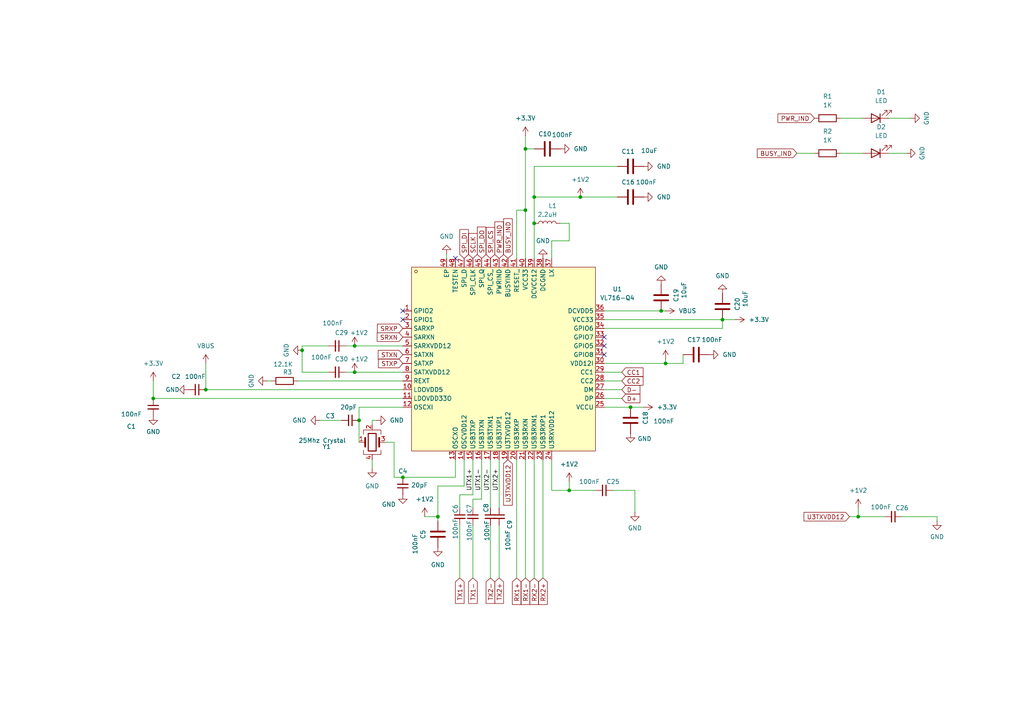
<source format=kicad_sch>
(kicad_sch
	(version 20250114)
	(generator "eeschema")
	(generator_version "9.0")
	(uuid "54693b5f-b65c-48a6-8774-c439ea5dfa67")
	(paper "A4")
	(lib_symbols
		(symbol "Device:C"
			(pin_numbers
				(hide yes)
			)
			(pin_names
				(offset 0.254)
			)
			(exclude_from_sim no)
			(in_bom yes)
			(on_board yes)
			(property "Reference" "C"
				(at 0.635 2.54 0)
				(effects
					(font
						(size 1.27 1.27)
					)
					(justify left)
				)
			)
			(property "Value" "C"
				(at 0.635 -2.54 0)
				(effects
					(font
						(size 1.27 1.27)
					)
					(justify left)
				)
			)
			(property "Footprint" ""
				(at 0.9652 -3.81 0)
				(effects
					(font
						(size 1.27 1.27)
					)
					(hide yes)
				)
			)
			(property "Datasheet" "~"
				(at 0 0 0)
				(effects
					(font
						(size 1.27 1.27)
					)
					(hide yes)
				)
			)
			(property "Description" "Unpolarized capacitor"
				(at 0 0 0)
				(effects
					(font
						(size 1.27 1.27)
					)
					(hide yes)
				)
			)
			(property "ki_keywords" "cap capacitor"
				(at 0 0 0)
				(effects
					(font
						(size 1.27 1.27)
					)
					(hide yes)
				)
			)
			(property "ki_fp_filters" "C_*"
				(at 0 0 0)
				(effects
					(font
						(size 1.27 1.27)
					)
					(hide yes)
				)
			)
			(symbol "C_0_1"
				(polyline
					(pts
						(xy -2.032 0.762) (xy 2.032 0.762)
					)
					(stroke
						(width 0.508)
						(type default)
					)
					(fill
						(type none)
					)
				)
				(polyline
					(pts
						(xy -2.032 -0.762) (xy 2.032 -0.762)
					)
					(stroke
						(width 0.508)
						(type default)
					)
					(fill
						(type none)
					)
				)
			)
			(symbol "C_1_1"
				(pin passive line
					(at 0 3.81 270)
					(length 2.794)
					(name "~"
						(effects
							(font
								(size 1.27 1.27)
							)
						)
					)
					(number "1"
						(effects
							(font
								(size 1.27 1.27)
							)
						)
					)
				)
				(pin passive line
					(at 0 -3.81 90)
					(length 2.794)
					(name "~"
						(effects
							(font
								(size 1.27 1.27)
							)
						)
					)
					(number "2"
						(effects
							(font
								(size 1.27 1.27)
							)
						)
					)
				)
			)
			(embedded_fonts no)
		)
		(symbol "Device:C_Small"
			(pin_numbers
				(hide yes)
			)
			(pin_names
				(offset 0.254)
				(hide yes)
			)
			(exclude_from_sim no)
			(in_bom yes)
			(on_board yes)
			(property "Reference" "C"
				(at 0.254 1.778 0)
				(effects
					(font
						(size 1.27 1.27)
					)
					(justify left)
				)
			)
			(property "Value" "C_Small"
				(at 0.254 -2.032 0)
				(effects
					(font
						(size 1.27 1.27)
					)
					(justify left)
				)
			)
			(property "Footprint" ""
				(at 0 0 0)
				(effects
					(font
						(size 1.27 1.27)
					)
					(hide yes)
				)
			)
			(property "Datasheet" "~"
				(at 0 0 0)
				(effects
					(font
						(size 1.27 1.27)
					)
					(hide yes)
				)
			)
			(property "Description" "Unpolarized capacitor, small symbol"
				(at 0 0 0)
				(effects
					(font
						(size 1.27 1.27)
					)
					(hide yes)
				)
			)
			(property "ki_keywords" "capacitor cap"
				(at 0 0 0)
				(effects
					(font
						(size 1.27 1.27)
					)
					(hide yes)
				)
			)
			(property "ki_fp_filters" "C_*"
				(at 0 0 0)
				(effects
					(font
						(size 1.27 1.27)
					)
					(hide yes)
				)
			)
			(symbol "C_Small_0_1"
				(polyline
					(pts
						(xy -1.524 0.508) (xy 1.524 0.508)
					)
					(stroke
						(width 0.3048)
						(type default)
					)
					(fill
						(type none)
					)
				)
				(polyline
					(pts
						(xy -1.524 -0.508) (xy 1.524 -0.508)
					)
					(stroke
						(width 0.3302)
						(type default)
					)
					(fill
						(type none)
					)
				)
			)
			(symbol "C_Small_1_1"
				(pin passive line
					(at 0 2.54 270)
					(length 2.032)
					(name "~"
						(effects
							(font
								(size 1.27 1.27)
							)
						)
					)
					(number "1"
						(effects
							(font
								(size 1.27 1.27)
							)
						)
					)
				)
				(pin passive line
					(at 0 -2.54 90)
					(length 2.032)
					(name "~"
						(effects
							(font
								(size 1.27 1.27)
							)
						)
					)
					(number "2"
						(effects
							(font
								(size 1.27 1.27)
							)
						)
					)
				)
			)
			(embedded_fonts no)
		)
		(symbol "Device:Crystal_GND24"
			(pin_names
				(offset 1.016)
				(hide yes)
			)
			(exclude_from_sim no)
			(in_bom yes)
			(on_board yes)
			(property "Reference" "Y"
				(at 3.175 5.08 0)
				(effects
					(font
						(size 1.27 1.27)
					)
					(justify left)
				)
			)
			(property "Value" "Crystal_GND24"
				(at 3.175 3.175 0)
				(effects
					(font
						(size 1.27 1.27)
					)
					(justify left)
				)
			)
			(property "Footprint" ""
				(at 0 0 0)
				(effects
					(font
						(size 1.27 1.27)
					)
					(hide yes)
				)
			)
			(property "Datasheet" "~"
				(at 0 0 0)
				(effects
					(font
						(size 1.27 1.27)
					)
					(hide yes)
				)
			)
			(property "Description" "Four pin crystal, GND on pins 2 and 4"
				(at 0 0 0)
				(effects
					(font
						(size 1.27 1.27)
					)
					(hide yes)
				)
			)
			(property "ki_keywords" "quartz ceramic resonator oscillator"
				(at 0 0 0)
				(effects
					(font
						(size 1.27 1.27)
					)
					(hide yes)
				)
			)
			(property "ki_fp_filters" "Crystal*"
				(at 0 0 0)
				(effects
					(font
						(size 1.27 1.27)
					)
					(hide yes)
				)
			)
			(symbol "Crystal_GND24_0_1"
				(polyline
					(pts
						(xy -2.54 2.286) (xy -2.54 3.556) (xy 2.54 3.556) (xy 2.54 2.286)
					)
					(stroke
						(width 0)
						(type default)
					)
					(fill
						(type none)
					)
				)
				(polyline
					(pts
						(xy -2.54 0) (xy -2.032 0)
					)
					(stroke
						(width 0)
						(type default)
					)
					(fill
						(type none)
					)
				)
				(polyline
					(pts
						(xy -2.54 -2.286) (xy -2.54 -3.556) (xy 2.54 -3.556) (xy 2.54 -2.286)
					)
					(stroke
						(width 0)
						(type default)
					)
					(fill
						(type none)
					)
				)
				(polyline
					(pts
						(xy -2.032 -1.27) (xy -2.032 1.27)
					)
					(stroke
						(width 0.508)
						(type default)
					)
					(fill
						(type none)
					)
				)
				(rectangle
					(start -1.143 2.54)
					(end 1.143 -2.54)
					(stroke
						(width 0.3048)
						(type default)
					)
					(fill
						(type none)
					)
				)
				(polyline
					(pts
						(xy 0 3.556) (xy 0 3.81)
					)
					(stroke
						(width 0)
						(type default)
					)
					(fill
						(type none)
					)
				)
				(polyline
					(pts
						(xy 0 -3.81) (xy 0 -3.556)
					)
					(stroke
						(width 0)
						(type default)
					)
					(fill
						(type none)
					)
				)
				(polyline
					(pts
						(xy 2.032 0) (xy 2.54 0)
					)
					(stroke
						(width 0)
						(type default)
					)
					(fill
						(type none)
					)
				)
				(polyline
					(pts
						(xy 2.032 -1.27) (xy 2.032 1.27)
					)
					(stroke
						(width 0.508)
						(type default)
					)
					(fill
						(type none)
					)
				)
			)
			(symbol "Crystal_GND24_1_1"
				(pin passive line
					(at -3.81 0 0)
					(length 1.27)
					(name "1"
						(effects
							(font
								(size 1.27 1.27)
							)
						)
					)
					(number "1"
						(effects
							(font
								(size 1.27 1.27)
							)
						)
					)
				)
				(pin passive line
					(at 0 5.08 270)
					(length 1.27)
					(name "2"
						(effects
							(font
								(size 1.27 1.27)
							)
						)
					)
					(number "2"
						(effects
							(font
								(size 1.27 1.27)
							)
						)
					)
				)
				(pin passive line
					(at 0 -5.08 90)
					(length 1.27)
					(name "4"
						(effects
							(font
								(size 1.27 1.27)
							)
						)
					)
					(number "4"
						(effects
							(font
								(size 1.27 1.27)
							)
						)
					)
				)
				(pin passive line
					(at 3.81 0 180)
					(length 1.27)
					(name "3"
						(effects
							(font
								(size 1.27 1.27)
							)
						)
					)
					(number "3"
						(effects
							(font
								(size 1.27 1.27)
							)
						)
					)
				)
			)
			(embedded_fonts no)
		)
		(symbol "Device:L"
			(pin_numbers
				(hide yes)
			)
			(pin_names
				(offset 1.016)
				(hide yes)
			)
			(exclude_from_sim no)
			(in_bom yes)
			(on_board yes)
			(property "Reference" "L"
				(at -1.27 0 90)
				(effects
					(font
						(size 1.27 1.27)
					)
				)
			)
			(property "Value" "L"
				(at 1.905 0 90)
				(effects
					(font
						(size 1.27 1.27)
					)
				)
			)
			(property "Footprint" ""
				(at 0 0 0)
				(effects
					(font
						(size 1.27 1.27)
					)
					(hide yes)
				)
			)
			(property "Datasheet" "~"
				(at 0 0 0)
				(effects
					(font
						(size 1.27 1.27)
					)
					(hide yes)
				)
			)
			(property "Description" "Inductor"
				(at 0 0 0)
				(effects
					(font
						(size 1.27 1.27)
					)
					(hide yes)
				)
			)
			(property "ki_keywords" "inductor choke coil reactor magnetic"
				(at 0 0 0)
				(effects
					(font
						(size 1.27 1.27)
					)
					(hide yes)
				)
			)
			(property "ki_fp_filters" "Choke_* *Coil* Inductor_* L_*"
				(at 0 0 0)
				(effects
					(font
						(size 1.27 1.27)
					)
					(hide yes)
				)
			)
			(symbol "L_0_1"
				(arc
					(start 0 2.54)
					(mid 0.6323 1.905)
					(end 0 1.27)
					(stroke
						(width 0)
						(type default)
					)
					(fill
						(type none)
					)
				)
				(arc
					(start 0 1.27)
					(mid 0.6323 0.635)
					(end 0 0)
					(stroke
						(width 0)
						(type default)
					)
					(fill
						(type none)
					)
				)
				(arc
					(start 0 0)
					(mid 0.6323 -0.635)
					(end 0 -1.27)
					(stroke
						(width 0)
						(type default)
					)
					(fill
						(type none)
					)
				)
				(arc
					(start 0 -1.27)
					(mid 0.6323 -1.905)
					(end 0 -2.54)
					(stroke
						(width 0)
						(type default)
					)
					(fill
						(type none)
					)
				)
			)
			(symbol "L_1_1"
				(pin passive line
					(at 0 3.81 270)
					(length 1.27)
					(name "1"
						(effects
							(font
								(size 1.27 1.27)
							)
						)
					)
					(number "1"
						(effects
							(font
								(size 1.27 1.27)
							)
						)
					)
				)
				(pin passive line
					(at 0 -3.81 90)
					(length 1.27)
					(name "2"
						(effects
							(font
								(size 1.27 1.27)
							)
						)
					)
					(number "2"
						(effects
							(font
								(size 1.27 1.27)
							)
						)
					)
				)
			)
			(embedded_fonts no)
		)
		(symbol "Device:LED"
			(pin_numbers
				(hide yes)
			)
			(pin_names
				(offset 1.016)
				(hide yes)
			)
			(exclude_from_sim no)
			(in_bom yes)
			(on_board yes)
			(property "Reference" "D"
				(at 0 2.54 0)
				(effects
					(font
						(size 1.27 1.27)
					)
				)
			)
			(property "Value" "LED"
				(at 0 -2.54 0)
				(effects
					(font
						(size 1.27 1.27)
					)
				)
			)
			(property "Footprint" ""
				(at 0 0 0)
				(effects
					(font
						(size 1.27 1.27)
					)
					(hide yes)
				)
			)
			(property "Datasheet" "~"
				(at 0 0 0)
				(effects
					(font
						(size 1.27 1.27)
					)
					(hide yes)
				)
			)
			(property "Description" "Light emitting diode"
				(at 0 0 0)
				(effects
					(font
						(size 1.27 1.27)
					)
					(hide yes)
				)
			)
			(property "ki_keywords" "LED diode"
				(at 0 0 0)
				(effects
					(font
						(size 1.27 1.27)
					)
					(hide yes)
				)
			)
			(property "ki_fp_filters" "LED* LED_SMD:* LED_THT:*"
				(at 0 0 0)
				(effects
					(font
						(size 1.27 1.27)
					)
					(hide yes)
				)
			)
			(symbol "LED_0_1"
				(polyline
					(pts
						(xy -3.048 -0.762) (xy -4.572 -2.286) (xy -3.81 -2.286) (xy -4.572 -2.286) (xy -4.572 -1.524)
					)
					(stroke
						(width 0)
						(type default)
					)
					(fill
						(type none)
					)
				)
				(polyline
					(pts
						(xy -1.778 -0.762) (xy -3.302 -2.286) (xy -2.54 -2.286) (xy -3.302 -2.286) (xy -3.302 -1.524)
					)
					(stroke
						(width 0)
						(type default)
					)
					(fill
						(type none)
					)
				)
				(polyline
					(pts
						(xy -1.27 0) (xy 1.27 0)
					)
					(stroke
						(width 0)
						(type default)
					)
					(fill
						(type none)
					)
				)
				(polyline
					(pts
						(xy -1.27 -1.27) (xy -1.27 1.27)
					)
					(stroke
						(width 0.254)
						(type default)
					)
					(fill
						(type none)
					)
				)
				(polyline
					(pts
						(xy 1.27 -1.27) (xy 1.27 1.27) (xy -1.27 0) (xy 1.27 -1.27)
					)
					(stroke
						(width 0.254)
						(type default)
					)
					(fill
						(type none)
					)
				)
			)
			(symbol "LED_1_1"
				(pin passive line
					(at -3.81 0 0)
					(length 2.54)
					(name "K"
						(effects
							(font
								(size 1.27 1.27)
							)
						)
					)
					(number "1"
						(effects
							(font
								(size 1.27 1.27)
							)
						)
					)
				)
				(pin passive line
					(at 3.81 0 180)
					(length 2.54)
					(name "A"
						(effects
							(font
								(size 1.27 1.27)
							)
						)
					)
					(number "2"
						(effects
							(font
								(size 1.27 1.27)
							)
						)
					)
				)
			)
			(embedded_fonts no)
		)
		(symbol "Device:R"
			(pin_numbers
				(hide yes)
			)
			(pin_names
				(offset 0)
			)
			(exclude_from_sim no)
			(in_bom yes)
			(on_board yes)
			(property "Reference" "R"
				(at 2.032 0 90)
				(effects
					(font
						(size 1.27 1.27)
					)
				)
			)
			(property "Value" "R"
				(at 0 0 90)
				(effects
					(font
						(size 1.27 1.27)
					)
				)
			)
			(property "Footprint" ""
				(at -1.778 0 90)
				(effects
					(font
						(size 1.27 1.27)
					)
					(hide yes)
				)
			)
			(property "Datasheet" "~"
				(at 0 0 0)
				(effects
					(font
						(size 1.27 1.27)
					)
					(hide yes)
				)
			)
			(property "Description" "Resistor"
				(at 0 0 0)
				(effects
					(font
						(size 1.27 1.27)
					)
					(hide yes)
				)
			)
			(property "ki_keywords" "R res resistor"
				(at 0 0 0)
				(effects
					(font
						(size 1.27 1.27)
					)
					(hide yes)
				)
			)
			(property "ki_fp_filters" "R_*"
				(at 0 0 0)
				(effects
					(font
						(size 1.27 1.27)
					)
					(hide yes)
				)
			)
			(symbol "R_0_1"
				(rectangle
					(start -1.016 -2.54)
					(end 1.016 2.54)
					(stroke
						(width 0.254)
						(type default)
					)
					(fill
						(type none)
					)
				)
			)
			(symbol "R_1_1"
				(pin passive line
					(at 0 3.81 270)
					(length 1.27)
					(name "~"
						(effects
							(font
								(size 1.27 1.27)
							)
						)
					)
					(number "1"
						(effects
							(font
								(size 1.27 1.27)
							)
						)
					)
				)
				(pin passive line
					(at 0 -3.81 90)
					(length 1.27)
					(name "~"
						(effects
							(font
								(size 1.27 1.27)
							)
						)
					)
					(number "2"
						(effects
							(font
								(size 1.27 1.27)
							)
						)
					)
				)
			)
			(embedded_fonts no)
		)
		(symbol "da:VL716-Q4"
			(exclude_from_sim no)
			(in_bom yes)
			(on_board yes)
			(property "Reference" "U"
				(at 0 34.29 0)
				(effects
					(font
						(size 1.27 1.27)
					)
				)
			)
			(property "Value" "VL716-Q4"
				(at 0 -34.29 0)
				(effects
					(font
						(size 1.27 1.27)
					)
				)
			)
			(property "Footprint" "easyeda2kicad:QFN-48_L6.0-W6.0-P0.40-BL-EP3.8"
				(at 0 -36.83 0)
				(effects
					(font
						(size 1.27 1.27)
					)
					(hide yes)
				)
			)
			(property "Datasheet" "https://lcsc.com/product-detail/USB_VL716-Q4_C69727.html"
				(at 0 -39.37 0)
				(effects
					(font
						(size 1.27 1.27)
					)
					(hide yes)
				)
			)
			(property "Description" ""
				(at 0 0 0)
				(effects
					(font
						(size 1.27 1.27)
					)
					(hide yes)
				)
			)
			(property "LCSC Part" "C69727"
				(at 0 -41.91 0)
				(effects
					(font
						(size 1.27 1.27)
					)
					(hide yes)
				)
			)
			(symbol "VL716-Q4_0_1"
				(rectangle
					(start -26.67 26.67)
					(end 26.67 -26.67)
					(stroke
						(width 0)
						(type default)
					)
					(fill
						(type background)
					)
				)
				(circle
					(center -25.4 25.4)
					(radius 0.38)
					(stroke
						(width 0)
						(type default)
					)
					(fill
						(type none)
					)
				)
				(pin unspecified line
					(at -29.21 13.97 0)
					(length 2.54)
					(name "GPIO2"
						(effects
							(font
								(size 1.27 1.27)
							)
						)
					)
					(number "1"
						(effects
							(font
								(size 1.27 1.27)
							)
						)
					)
				)
				(pin unspecified line
					(at -29.21 11.43 0)
					(length 2.54)
					(name "GPIO1"
						(effects
							(font
								(size 1.27 1.27)
							)
						)
					)
					(number "2"
						(effects
							(font
								(size 1.27 1.27)
							)
						)
					)
				)
				(pin unspecified line
					(at -29.21 8.89 0)
					(length 2.54)
					(name "SARXP"
						(effects
							(font
								(size 1.27 1.27)
							)
						)
					)
					(number "3"
						(effects
							(font
								(size 1.27 1.27)
							)
						)
					)
				)
				(pin unspecified line
					(at -29.21 6.35 0)
					(length 2.54)
					(name "SARXN"
						(effects
							(font
								(size 1.27 1.27)
							)
						)
					)
					(number "4"
						(effects
							(font
								(size 1.27 1.27)
							)
						)
					)
				)
				(pin unspecified line
					(at -29.21 3.81 0)
					(length 2.54)
					(name "SARXVDD12"
						(effects
							(font
								(size 1.27 1.27)
							)
						)
					)
					(number "5"
						(effects
							(font
								(size 1.27 1.27)
							)
						)
					)
				)
				(pin unspecified line
					(at -29.21 1.27 0)
					(length 2.54)
					(name "SATXN"
						(effects
							(font
								(size 1.27 1.27)
							)
						)
					)
					(number "6"
						(effects
							(font
								(size 1.27 1.27)
							)
						)
					)
				)
				(pin unspecified line
					(at -29.21 -1.27 0)
					(length 2.54)
					(name "SATXP"
						(effects
							(font
								(size 1.27 1.27)
							)
						)
					)
					(number "7"
						(effects
							(font
								(size 1.27 1.27)
							)
						)
					)
				)
				(pin unspecified line
					(at -29.21 -3.81 0)
					(length 2.54)
					(name "SATXVDD12"
						(effects
							(font
								(size 1.27 1.27)
							)
						)
					)
					(number "8"
						(effects
							(font
								(size 1.27 1.27)
							)
						)
					)
				)
				(pin unspecified line
					(at -29.21 -6.35 0)
					(length 2.54)
					(name "REXT"
						(effects
							(font
								(size 1.27 1.27)
							)
						)
					)
					(number "9"
						(effects
							(font
								(size 1.27 1.27)
							)
						)
					)
				)
				(pin unspecified line
					(at -29.21 -8.89 0)
					(length 2.54)
					(name "LDOVDD5"
						(effects
							(font
								(size 1.27 1.27)
							)
						)
					)
					(number "10"
						(effects
							(font
								(size 1.27 1.27)
							)
						)
					)
				)
				(pin unspecified line
					(at -29.21 -11.43 0)
					(length 2.54)
					(name "LDOVDD33O"
						(effects
							(font
								(size 1.27 1.27)
							)
						)
					)
					(number "11"
						(effects
							(font
								(size 1.27 1.27)
							)
						)
					)
				)
				(pin unspecified line
					(at -29.21 -13.97 0)
					(length 2.54)
					(name "OSCXI"
						(effects
							(font
								(size 1.27 1.27)
							)
						)
					)
					(number "12"
						(effects
							(font
								(size 1.27 1.27)
							)
						)
					)
				)
				(pin unspecified line
					(at -16.51 29.21 270)
					(length 2.54)
					(name "EP"
						(effects
							(font
								(size 1.27 1.27)
							)
						)
					)
					(number "49"
						(effects
							(font
								(size 1.27 1.27)
							)
						)
					)
				)
				(pin unspecified line
					(at -13.97 29.21 270)
					(length 2.54)
					(name "TESTEN"
						(effects
							(font
								(size 1.27 1.27)
							)
						)
					)
					(number "48"
						(effects
							(font
								(size 1.27 1.27)
							)
						)
					)
				)
				(pin unspecified line
					(at -13.97 -29.21 90)
					(length 2.54)
					(name "OSCXO"
						(effects
							(font
								(size 1.27 1.27)
							)
						)
					)
					(number "13"
						(effects
							(font
								(size 1.27 1.27)
							)
						)
					)
				)
				(pin unspecified line
					(at -11.43 29.21 270)
					(length 2.54)
					(name "SPI_D"
						(effects
							(font
								(size 1.27 1.27)
							)
						)
					)
					(number "47"
						(effects
							(font
								(size 1.27 1.27)
							)
						)
					)
				)
				(pin unspecified line
					(at -11.43 -29.21 90)
					(length 2.54)
					(name "OSCVDD12"
						(effects
							(font
								(size 1.27 1.27)
							)
						)
					)
					(number "14"
						(effects
							(font
								(size 1.27 1.27)
							)
						)
					)
				)
				(pin unspecified line
					(at -8.89 29.21 270)
					(length 2.54)
					(name "SPI_CLK"
						(effects
							(font
								(size 1.27 1.27)
							)
						)
					)
					(number "46"
						(effects
							(font
								(size 1.27 1.27)
							)
						)
					)
				)
				(pin unspecified line
					(at -8.89 -29.21 90)
					(length 2.54)
					(name "USB3TXP"
						(effects
							(font
								(size 1.27 1.27)
							)
						)
					)
					(number "15"
						(effects
							(font
								(size 1.27 1.27)
							)
						)
					)
				)
				(pin unspecified line
					(at -6.35 29.21 270)
					(length 2.54)
					(name "SPI_Q"
						(effects
							(font
								(size 1.27 1.27)
							)
						)
					)
					(number "45"
						(effects
							(font
								(size 1.27 1.27)
							)
						)
					)
				)
				(pin unspecified line
					(at -6.35 -29.21 90)
					(length 2.54)
					(name "USB3TXN"
						(effects
							(font
								(size 1.27 1.27)
							)
						)
					)
					(number "16"
						(effects
							(font
								(size 1.27 1.27)
							)
						)
					)
				)
				(pin unspecified line
					(at -3.81 29.21 270)
					(length 2.54)
					(name "SPI_CS_"
						(effects
							(font
								(size 1.27 1.27)
							)
						)
					)
					(number "44"
						(effects
							(font
								(size 1.27 1.27)
							)
						)
					)
				)
				(pin unspecified line
					(at -3.81 -29.21 90)
					(length 2.54)
					(name "USB3TXN1"
						(effects
							(font
								(size 1.27 1.27)
							)
						)
					)
					(number "17"
						(effects
							(font
								(size 1.27 1.27)
							)
						)
					)
				)
				(pin unspecified line
					(at -1.27 29.21 270)
					(length 2.54)
					(name "PWRIND"
						(effects
							(font
								(size 1.27 1.27)
							)
						)
					)
					(number "43"
						(effects
							(font
								(size 1.27 1.27)
							)
						)
					)
				)
				(pin unspecified line
					(at -1.27 -29.21 90)
					(length 2.54)
					(name "USB3TXP1"
						(effects
							(font
								(size 1.27 1.27)
							)
						)
					)
					(number "18"
						(effects
							(font
								(size 1.27 1.27)
							)
						)
					)
				)
				(pin unspecified line
					(at 1.27 29.21 270)
					(length 2.54)
					(name "BUSYIND"
						(effects
							(font
								(size 1.27 1.27)
							)
						)
					)
					(number "42"
						(effects
							(font
								(size 1.27 1.27)
							)
						)
					)
				)
				(pin unspecified line
					(at 1.27 -29.21 90)
					(length 2.54)
					(name "U3TXVDD12"
						(effects
							(font
								(size 1.27 1.27)
							)
						)
					)
					(number "19"
						(effects
							(font
								(size 1.27 1.27)
							)
						)
					)
				)
				(pin unspecified line
					(at 3.81 29.21 270)
					(length 2.54)
					(name "RESET_"
						(effects
							(font
								(size 1.27 1.27)
							)
						)
					)
					(number "41"
						(effects
							(font
								(size 1.27 1.27)
							)
						)
					)
				)
				(pin unspecified line
					(at 3.81 -29.21 90)
					(length 2.54)
					(name "USB3RXP"
						(effects
							(font
								(size 1.27 1.27)
							)
						)
					)
					(number "20"
						(effects
							(font
								(size 1.27 1.27)
							)
						)
					)
				)
				(pin unspecified line
					(at 6.35 29.21 270)
					(length 2.54)
					(name "VCC33"
						(effects
							(font
								(size 1.27 1.27)
							)
						)
					)
					(number "40"
						(effects
							(font
								(size 1.27 1.27)
							)
						)
					)
				)
				(pin unspecified line
					(at 6.35 -29.21 90)
					(length 2.54)
					(name "USB3RXN"
						(effects
							(font
								(size 1.27 1.27)
							)
						)
					)
					(number "21"
						(effects
							(font
								(size 1.27 1.27)
							)
						)
					)
				)
				(pin unspecified line
					(at 8.89 29.21 270)
					(length 2.54)
					(name "DCVCC12"
						(effects
							(font
								(size 1.27 1.27)
							)
						)
					)
					(number "39"
						(effects
							(font
								(size 1.27 1.27)
							)
						)
					)
				)
				(pin unspecified line
					(at 8.89 -29.21 90)
					(length 2.54)
					(name "USB3RXN1"
						(effects
							(font
								(size 1.27 1.27)
							)
						)
					)
					(number "22"
						(effects
							(font
								(size 1.27 1.27)
							)
						)
					)
				)
				(pin unspecified line
					(at 11.43 29.21 270)
					(length 2.54)
					(name "DCGND"
						(effects
							(font
								(size 1.27 1.27)
							)
						)
					)
					(number "38"
						(effects
							(font
								(size 1.27 1.27)
							)
						)
					)
				)
				(pin unspecified line
					(at 11.43 -29.21 90)
					(length 2.54)
					(name "USB3RXP1"
						(effects
							(font
								(size 1.27 1.27)
							)
						)
					)
					(number "23"
						(effects
							(font
								(size 1.27 1.27)
							)
						)
					)
				)
				(pin unspecified line
					(at 13.97 29.21 270)
					(length 2.54)
					(name "LX"
						(effects
							(font
								(size 1.27 1.27)
							)
						)
					)
					(number "37"
						(effects
							(font
								(size 1.27 1.27)
							)
						)
					)
				)
				(pin unspecified line
					(at 13.97 -29.21 90)
					(length 2.54)
					(name "U3RXVDD12"
						(effects
							(font
								(size 1.27 1.27)
							)
						)
					)
					(number "24"
						(effects
							(font
								(size 1.27 1.27)
							)
						)
					)
				)
				(pin unspecified line
					(at 29.21 13.97 180)
					(length 2.54)
					(name "DCVDD5"
						(effects
							(font
								(size 1.27 1.27)
							)
						)
					)
					(number "36"
						(effects
							(font
								(size 1.27 1.27)
							)
						)
					)
				)
				(pin unspecified line
					(at 29.21 11.43 180)
					(length 2.54)
					(name "VCC33"
						(effects
							(font
								(size 1.27 1.27)
							)
						)
					)
					(number "35"
						(effects
							(font
								(size 1.27 1.27)
							)
						)
					)
				)
				(pin unspecified line
					(at 29.21 8.89 180)
					(length 2.54)
					(name "GPIO6"
						(effects
							(font
								(size 1.27 1.27)
							)
						)
					)
					(number "34"
						(effects
							(font
								(size 1.27 1.27)
							)
						)
					)
				)
				(pin unspecified line
					(at 29.21 6.35 180)
					(length 2.54)
					(name "GPIO7"
						(effects
							(font
								(size 1.27 1.27)
							)
						)
					)
					(number "33"
						(effects
							(font
								(size 1.27 1.27)
							)
						)
					)
				)
				(pin unspecified line
					(at 29.21 3.81 180)
					(length 2.54)
					(name "GPIO5"
						(effects
							(font
								(size 1.27 1.27)
							)
						)
					)
					(number "32"
						(effects
							(font
								(size 1.27 1.27)
							)
						)
					)
				)
				(pin unspecified line
					(at 29.21 1.27 180)
					(length 2.54)
					(name "GPIO8"
						(effects
							(font
								(size 1.27 1.27)
							)
						)
					)
					(number "31"
						(effects
							(font
								(size 1.27 1.27)
							)
						)
					)
				)
				(pin unspecified line
					(at 29.21 -1.27 180)
					(length 2.54)
					(name "VDD12I"
						(effects
							(font
								(size 1.27 1.27)
							)
						)
					)
					(number "30"
						(effects
							(font
								(size 1.27 1.27)
							)
						)
					)
				)
				(pin unspecified line
					(at 29.21 -3.81 180)
					(length 2.54)
					(name "CC1"
						(effects
							(font
								(size 1.27 1.27)
							)
						)
					)
					(number "29"
						(effects
							(font
								(size 1.27 1.27)
							)
						)
					)
				)
				(pin unspecified line
					(at 29.21 -6.35 180)
					(length 2.54)
					(name "CC2"
						(effects
							(font
								(size 1.27 1.27)
							)
						)
					)
					(number "28"
						(effects
							(font
								(size 1.27 1.27)
							)
						)
					)
				)
				(pin unspecified line
					(at 29.21 -8.89 180)
					(length 2.54)
					(name "DM"
						(effects
							(font
								(size 1.27 1.27)
							)
						)
					)
					(number "27"
						(effects
							(font
								(size 1.27 1.27)
							)
						)
					)
				)
				(pin unspecified line
					(at 29.21 -11.43 180)
					(length 2.54)
					(name "DP"
						(effects
							(font
								(size 1.27 1.27)
							)
						)
					)
					(number "26"
						(effects
							(font
								(size 1.27 1.27)
							)
						)
					)
				)
				(pin unspecified line
					(at 29.21 -13.97 180)
					(length 2.54)
					(name "VCCU"
						(effects
							(font
								(size 1.27 1.27)
							)
						)
					)
					(number "25"
						(effects
							(font
								(size 1.27 1.27)
							)
						)
					)
				)
			)
			(embedded_fonts no)
		)
		(symbol "power:+1V2"
			(power)
			(pin_numbers
				(hide yes)
			)
			(pin_names
				(offset 0)
				(hide yes)
			)
			(exclude_from_sim no)
			(in_bom yes)
			(on_board yes)
			(property "Reference" "#PWR"
				(at 0 -3.81 0)
				(effects
					(font
						(size 1.27 1.27)
					)
					(hide yes)
				)
			)
			(property "Value" "+1V2"
				(at 0 3.556 0)
				(effects
					(font
						(size 1.27 1.27)
					)
				)
			)
			(property "Footprint" ""
				(at 0 0 0)
				(effects
					(font
						(size 1.27 1.27)
					)
					(hide yes)
				)
			)
			(property "Datasheet" ""
				(at 0 0 0)
				(effects
					(font
						(size 1.27 1.27)
					)
					(hide yes)
				)
			)
			(property "Description" "Power symbol creates a global label with name \"+1V2\""
				(at 0 0 0)
				(effects
					(font
						(size 1.27 1.27)
					)
					(hide yes)
				)
			)
			(property "ki_keywords" "global power"
				(at 0 0 0)
				(effects
					(font
						(size 1.27 1.27)
					)
					(hide yes)
				)
			)
			(symbol "+1V2_0_1"
				(polyline
					(pts
						(xy -0.762 1.27) (xy 0 2.54)
					)
					(stroke
						(width 0)
						(type default)
					)
					(fill
						(type none)
					)
				)
				(polyline
					(pts
						(xy 0 2.54) (xy 0.762 1.27)
					)
					(stroke
						(width 0)
						(type default)
					)
					(fill
						(type none)
					)
				)
				(polyline
					(pts
						(xy 0 0) (xy 0 2.54)
					)
					(stroke
						(width 0)
						(type default)
					)
					(fill
						(type none)
					)
				)
			)
			(symbol "+1V2_1_1"
				(pin power_in line
					(at 0 0 90)
					(length 0)
					(name "~"
						(effects
							(font
								(size 1.27 1.27)
							)
						)
					)
					(number "1"
						(effects
							(font
								(size 1.27 1.27)
							)
						)
					)
				)
			)
			(embedded_fonts no)
		)
		(symbol "power:+3.3V"
			(power)
			(pin_numbers
				(hide yes)
			)
			(pin_names
				(offset 0)
				(hide yes)
			)
			(exclude_from_sim no)
			(in_bom yes)
			(on_board yes)
			(property "Reference" "#PWR"
				(at 0 -3.81 0)
				(effects
					(font
						(size 1.27 1.27)
					)
					(hide yes)
				)
			)
			(property "Value" "+3.3V"
				(at 0 3.556 0)
				(effects
					(font
						(size 1.27 1.27)
					)
				)
			)
			(property "Footprint" ""
				(at 0 0 0)
				(effects
					(font
						(size 1.27 1.27)
					)
					(hide yes)
				)
			)
			(property "Datasheet" ""
				(at 0 0 0)
				(effects
					(font
						(size 1.27 1.27)
					)
					(hide yes)
				)
			)
			(property "Description" "Power symbol creates a global label with name \"+3.3V\""
				(at 0 0 0)
				(effects
					(font
						(size 1.27 1.27)
					)
					(hide yes)
				)
			)
			(property "ki_keywords" "global power"
				(at 0 0 0)
				(effects
					(font
						(size 1.27 1.27)
					)
					(hide yes)
				)
			)
			(symbol "+3.3V_0_1"
				(polyline
					(pts
						(xy -0.762 1.27) (xy 0 2.54)
					)
					(stroke
						(width 0)
						(type default)
					)
					(fill
						(type none)
					)
				)
				(polyline
					(pts
						(xy 0 2.54) (xy 0.762 1.27)
					)
					(stroke
						(width 0)
						(type default)
					)
					(fill
						(type none)
					)
				)
				(polyline
					(pts
						(xy 0 0) (xy 0 2.54)
					)
					(stroke
						(width 0)
						(type default)
					)
					(fill
						(type none)
					)
				)
			)
			(symbol "+3.3V_1_1"
				(pin power_in line
					(at 0 0 90)
					(length 0)
					(name "~"
						(effects
							(font
								(size 1.27 1.27)
							)
						)
					)
					(number "1"
						(effects
							(font
								(size 1.27 1.27)
							)
						)
					)
				)
			)
			(embedded_fonts no)
		)
		(symbol "power:GND"
			(power)
			(pin_numbers
				(hide yes)
			)
			(pin_names
				(offset 0)
				(hide yes)
			)
			(exclude_from_sim no)
			(in_bom yes)
			(on_board yes)
			(property "Reference" "#PWR"
				(at 0 -6.35 0)
				(effects
					(font
						(size 1.27 1.27)
					)
					(hide yes)
				)
			)
			(property "Value" "GND"
				(at 0 -3.81 0)
				(effects
					(font
						(size 1.27 1.27)
					)
				)
			)
			(property "Footprint" ""
				(at 0 0 0)
				(effects
					(font
						(size 1.27 1.27)
					)
					(hide yes)
				)
			)
			(property "Datasheet" ""
				(at 0 0 0)
				(effects
					(font
						(size 1.27 1.27)
					)
					(hide yes)
				)
			)
			(property "Description" "Power symbol creates a global label with name \"GND\" , ground"
				(at 0 0 0)
				(effects
					(font
						(size 1.27 1.27)
					)
					(hide yes)
				)
			)
			(property "ki_keywords" "global power"
				(at 0 0 0)
				(effects
					(font
						(size 1.27 1.27)
					)
					(hide yes)
				)
			)
			(symbol "GND_0_1"
				(polyline
					(pts
						(xy 0 0) (xy 0 -1.27) (xy 1.27 -1.27) (xy 0 -2.54) (xy -1.27 -1.27) (xy 0 -1.27)
					)
					(stroke
						(width 0)
						(type default)
					)
					(fill
						(type none)
					)
				)
			)
			(symbol "GND_1_1"
				(pin power_in line
					(at 0 0 270)
					(length 0)
					(name "~"
						(effects
							(font
								(size 1.27 1.27)
							)
						)
					)
					(number "1"
						(effects
							(font
								(size 1.27 1.27)
							)
						)
					)
				)
			)
			(embedded_fonts no)
		)
		(symbol "power:VBUS"
			(power)
			(pin_numbers
				(hide yes)
			)
			(pin_names
				(offset 0)
				(hide yes)
			)
			(exclude_from_sim no)
			(in_bom yes)
			(on_board yes)
			(property "Reference" "#PWR"
				(at 0 -3.81 0)
				(effects
					(font
						(size 1.27 1.27)
					)
					(hide yes)
				)
			)
			(property "Value" "VBUS"
				(at 0 3.556 0)
				(effects
					(font
						(size 1.27 1.27)
					)
				)
			)
			(property "Footprint" ""
				(at 0 0 0)
				(effects
					(font
						(size 1.27 1.27)
					)
					(hide yes)
				)
			)
			(property "Datasheet" ""
				(at 0 0 0)
				(effects
					(font
						(size 1.27 1.27)
					)
					(hide yes)
				)
			)
			(property "Description" "Power symbol creates a global label with name \"VBUS\""
				(at 0 0 0)
				(effects
					(font
						(size 1.27 1.27)
					)
					(hide yes)
				)
			)
			(property "ki_keywords" "global power"
				(at 0 0 0)
				(effects
					(font
						(size 1.27 1.27)
					)
					(hide yes)
				)
			)
			(symbol "VBUS_0_1"
				(polyline
					(pts
						(xy -0.762 1.27) (xy 0 2.54)
					)
					(stroke
						(width 0)
						(type default)
					)
					(fill
						(type none)
					)
				)
				(polyline
					(pts
						(xy 0 2.54) (xy 0.762 1.27)
					)
					(stroke
						(width 0)
						(type default)
					)
					(fill
						(type none)
					)
				)
				(polyline
					(pts
						(xy 0 0) (xy 0 2.54)
					)
					(stroke
						(width 0)
						(type default)
					)
					(fill
						(type none)
					)
				)
			)
			(symbol "VBUS_1_1"
				(pin power_in line
					(at 0 0 90)
					(length 0)
					(name "~"
						(effects
							(font
								(size 1.27 1.27)
							)
						)
					)
					(number "1"
						(effects
							(font
								(size 1.27 1.27)
							)
						)
					)
				)
			)
			(embedded_fonts no)
		)
	)
	(junction
		(at 104.14 121.92)
		(diameter 0)
		(color 0 0 0 0)
		(uuid "0d48197d-3162-469b-ac5e-e5831d8f23bc")
	)
	(junction
		(at 152.4 60.96)
		(diameter 0)
		(color 0 0 0 0)
		(uuid "27dabb40-39e5-4671-9a71-d65be394cd80")
	)
	(junction
		(at 191.77 90.17)
		(diameter 0)
		(color 0 0 0 0)
		(uuid "4f7de882-ab1e-4dea-ba9e-9d720010f992")
	)
	(junction
		(at 168.3357 57.15)
		(diameter 0)
		(color 0 0 0 0)
		(uuid "4fa1b6a4-a479-4e05-8be4-390677e74013")
	)
	(junction
		(at 87.63 101.6)
		(diameter 0)
		(color 0 0 0 0)
		(uuid "604edc6d-9819-4693-b3cf-2e62fffa9e15")
	)
	(junction
		(at 248.92 149.86)
		(diameter 0)
		(color 0 0 0 0)
		(uuid "60c3cbd7-b260-4590-889e-b0845f78ef90")
	)
	(junction
		(at 102.87 100.33)
		(diameter 0)
		(color 0 0 0 0)
		(uuid "64bf307f-1aa0-4e7f-bfc2-e4c46d4aaeb3")
	)
	(junction
		(at 102.87 107.95)
		(diameter 0)
		(color 0 0 0 0)
		(uuid "6dc28fcd-f99f-4743-91fe-f40dae769574")
	)
	(junction
		(at 152.4 43.18)
		(diameter 0)
		(color 0 0 0 0)
		(uuid "79e43f3f-fd77-41ed-b1ef-2324f562df34")
	)
	(junction
		(at 193.04 105.41)
		(diameter 0)
		(color 0 0 0 0)
		(uuid "7ba314ff-5e3d-4eee-8ca3-9fc5511e797b")
	)
	(junction
		(at 154.94 64.77)
		(diameter 0)
		(color 0 0 0 0)
		(uuid "8a376f2b-d872-4bc9-8647-9185a056df10")
	)
	(junction
		(at 44.45 115.57)
		(diameter 0)
		(color 0 0 0 0)
		(uuid "944a67de-b695-46cd-b639-ea63f120d70a")
	)
	(junction
		(at 154.94 57.15)
		(diameter 0)
		(color 0 0 0 0)
		(uuid "b52d5701-ed45-4538-b926-897e834dc300")
	)
	(junction
		(at 209.55 92.71)
		(diameter 0)
		(color 0 0 0 0)
		(uuid "c51e6ff0-4d7d-45d4-bf54-569339d76572")
	)
	(junction
		(at 59.69 113.03)
		(diameter 0)
		(color 0 0 0 0)
		(uuid "cf31bf1d-29a4-4220-9cd4-03b8a1ead0bc")
	)
	(junction
		(at 127 149.86)
		(diameter 0)
		(color 0 0 0 0)
		(uuid "dad0cb0f-001d-4b26-8f70-aa44502476cd")
	)
	(junction
		(at 165.1 142.24)
		(diameter 0)
		(color 0 0 0 0)
		(uuid "e81267a0-66e7-45f9-8cfa-a424ffbe686c")
	)
	(junction
		(at 116.84 138.43)
		(diameter 0)
		(color 0 0 0 0)
		(uuid "e9ef754f-bf09-4f35-b7c3-1d179538fe97")
	)
	(junction
		(at 182.88 118.11)
		(diameter 0)
		(color 0 0 0 0)
		(uuid "f1db56ee-46d9-4926-8b41-f821a14328e6")
	)
	(no_connect
		(at 132.08 74.93)
		(uuid "176bbc08-90ab-4c58-b8f4-c168bbb72f81")
	)
	(no_connect
		(at 175.26 100.33)
		(uuid "28fb3287-1a97-4280-86c1-9eb2333567f2")
	)
	(no_connect
		(at 175.26 102.87)
		(uuid "2f555eb6-57bc-4108-9a43-38b60ec5f446")
	)
	(no_connect
		(at 116.84 92.71)
		(uuid "433600cb-d474-4383-9bd6-55bbcc0ad98e")
	)
	(no_connect
		(at 116.84 90.17)
		(uuid "4381dd8e-875e-47c5-90d2-459503e462ef")
	)
	(no_connect
		(at 175.26 97.79)
		(uuid "dd5babfb-57c5-4e0b-908b-3baa67449ba7")
	)
	(wire
		(pts
			(xy 149.86 133.35) (xy 149.86 167.64)
		)
		(stroke
			(width 0)
			(type default)
		)
		(uuid "02a4f1e8-a47f-40db-ab18-41832fdf00df")
	)
	(wire
		(pts
			(xy 107.95 121.92) (xy 107.95 123.19)
		)
		(stroke
			(width 0)
			(type default)
		)
		(uuid "0af1eb6e-5929-4b62-9cad-13e0bfce5efe")
	)
	(wire
		(pts
			(xy 175.26 107.95) (xy 180.34 107.95)
		)
		(stroke
			(width 0)
			(type default)
		)
		(uuid "0b151e19-6eed-413f-945f-3a7332c78064")
	)
	(wire
		(pts
			(xy 127 151.13) (xy 127 149.86)
		)
		(stroke
			(width 0)
			(type default)
		)
		(uuid "12cc5d2c-a80a-438c-bba8-0c7c81463bb2")
	)
	(wire
		(pts
			(xy 193.04 90.17) (xy 191.77 90.17)
		)
		(stroke
			(width 0)
			(type default)
		)
		(uuid "1887550f-3375-49b3-820f-0bb19b1015f6")
	)
	(wire
		(pts
			(xy 152.4 43.18) (xy 152.4 60.96)
		)
		(stroke
			(width 0)
			(type default)
		)
		(uuid "1939e62a-bc8c-4f00-b302-2903ed3d696e")
	)
	(wire
		(pts
			(xy 213.36 92.71) (xy 209.55 92.71)
		)
		(stroke
			(width 0)
			(type default)
		)
		(uuid "1969a76c-20ab-4bf1-8339-40281685ac5a")
	)
	(wire
		(pts
			(xy 180.34 113.03) (xy 175.26 113.03)
		)
		(stroke
			(width 0)
			(type default)
		)
		(uuid "199f123d-65f1-4d82-bafd-78b5f6cc1a41")
	)
	(wire
		(pts
			(xy 175.26 110.49) (xy 180.34 110.49)
		)
		(stroke
			(width 0)
			(type default)
		)
		(uuid "1b6a595c-e738-4d51-9ac4-1b17dad3add7")
	)
	(wire
		(pts
			(xy 257.81 34.29) (xy 264.16 34.29)
		)
		(stroke
			(width 0)
			(type default)
		)
		(uuid "1c1fd313-b3c9-40ed-9865-769f0531764c")
	)
	(wire
		(pts
			(xy 107.95 135.89) (xy 107.95 133.35)
		)
		(stroke
			(width 0)
			(type default)
		)
		(uuid "1e88b518-f67a-489f-8575-7ec66a0624c1")
	)
	(wire
		(pts
			(xy 107.95 121.92) (xy 109.22 121.92)
		)
		(stroke
			(width 0)
			(type default)
		)
		(uuid "21cf1289-11db-45d8-8e5c-6ade394829e1")
	)
	(wire
		(pts
			(xy 160.02 74.93) (xy 160.02 69.85)
		)
		(stroke
			(width 0)
			(type default)
		)
		(uuid "249c610b-6a62-4353-819e-b2ea64bd8ab0")
	)
	(wire
		(pts
			(xy 152.4 39.37) (xy 152.4 43.18)
		)
		(stroke
			(width 0)
			(type default)
		)
		(uuid "254e4a98-13d5-4f97-94ca-87b53ab58c4c")
	)
	(wire
		(pts
			(xy 198.12 102.87) (xy 198.12 105.41)
		)
		(stroke
			(width 0)
			(type default)
		)
		(uuid "2855fc15-66f0-4365-942e-a98f0ef4169d")
	)
	(wire
		(pts
			(xy 246.38 149.86) (xy 248.92 149.86)
		)
		(stroke
			(width 0)
			(type default)
		)
		(uuid "29409c70-bdac-4528-b8b5-432c8857ee85")
	)
	(wire
		(pts
			(xy 154.94 48.26) (xy 154.94 57.15)
		)
		(stroke
			(width 0)
			(type default)
		)
		(uuid "296b0f71-47dc-4a76-896c-2ea4e1daf6fc")
	)
	(wire
		(pts
			(xy 95.25 107.95) (xy 87.63 107.95)
		)
		(stroke
			(width 0)
			(type default)
		)
		(uuid "2a29f276-7ca9-4be4-8aa1-92c466d7a21b")
	)
	(wire
		(pts
			(xy 133.35 143.51) (xy 137.16 143.51)
		)
		(stroke
			(width 0)
			(type default)
		)
		(uuid "2a3ea4ef-54b3-44d8-9e01-f980b4fbb3d0")
	)
	(wire
		(pts
			(xy 137.16 143.51) (xy 137.16 133.35)
		)
		(stroke
			(width 0)
			(type default)
		)
		(uuid "2e079800-4aef-436d-8093-27017b458561")
	)
	(wire
		(pts
			(xy 154.94 57.15) (xy 154.94 64.77)
		)
		(stroke
			(width 0)
			(type default)
		)
		(uuid "33f10d8d-7e50-4fd4-9e60-a969fd1b0d72")
	)
	(wire
		(pts
			(xy 154.94 43.18) (xy 152.4 43.18)
		)
		(stroke
			(width 0)
			(type default)
		)
		(uuid "353635db-32d0-4d37-ac42-6f8da7fae600")
	)
	(wire
		(pts
			(xy 165.1 139.7) (xy 165.1 142.24)
		)
		(stroke
			(width 0)
			(type default)
		)
		(uuid "36770f88-8ca3-41ee-82c7-a94772daf1a0")
	)
	(wire
		(pts
			(xy 95.25 100.33) (xy 87.63 100.33)
		)
		(stroke
			(width 0)
			(type default)
		)
		(uuid "36a283ee-350d-48a9-962e-f7dc3a1721ee")
	)
	(wire
		(pts
			(xy 104.14 118.11) (xy 116.84 118.11)
		)
		(stroke
			(width 0)
			(type default)
		)
		(uuid "370cf108-02a3-446f-adcd-e4472a5e8fcb")
	)
	(wire
		(pts
			(xy 248.92 149.86) (xy 256.54 149.86)
		)
		(stroke
			(width 0)
			(type default)
		)
		(uuid "3c682d99-79ec-4db6-80da-60135b37b430")
	)
	(wire
		(pts
			(xy 160.02 69.85) (xy 165.1 69.85)
		)
		(stroke
			(width 0)
			(type default)
		)
		(uuid "41960048-9113-4ad8-bccd-af7b38bb165c")
	)
	(wire
		(pts
			(xy 114.3 138.43) (xy 116.84 138.43)
		)
		(stroke
			(width 0)
			(type default)
		)
		(uuid "44302664-b8c2-4765-826d-71cf476fa950")
	)
	(wire
		(pts
			(xy 78.74 110.49) (xy 77.47 110.49)
		)
		(stroke
			(width 0)
			(type default)
		)
		(uuid "4c8526bf-118b-4337-a0c2-66b3fc02b652")
	)
	(wire
		(pts
			(xy 116.84 138.43) (xy 132.08 138.43)
		)
		(stroke
			(width 0)
			(type default)
		)
		(uuid "4d5f4cbf-45e3-4e7e-b80b-93807a786c5b")
	)
	(wire
		(pts
			(xy 191.77 90.17) (xy 175.26 90.17)
		)
		(stroke
			(width 0)
			(type default)
		)
		(uuid "4d9903f4-4844-42fe-a3ab-4c208e91befe")
	)
	(wire
		(pts
			(xy 123.19 149.86) (xy 127 149.86)
		)
		(stroke
			(width 0)
			(type default)
		)
		(uuid "50ebcc7a-f03a-46ec-b474-b1b9a827b9a8")
	)
	(wire
		(pts
			(xy 179.07 57.15) (xy 168.3357 57.15)
		)
		(stroke
			(width 0)
			(type default)
		)
		(uuid "55ec3baf-9fb5-437c-9f53-fb618c83948c")
	)
	(wire
		(pts
			(xy 168.3357 57.15) (xy 154.94 57.15)
		)
		(stroke
			(width 0)
			(type default)
		)
		(uuid "5ab2bcfe-6a0e-48d8-b22c-89b047540b09")
	)
	(wire
		(pts
			(xy 137.16 144.78) (xy 137.16 147.32)
		)
		(stroke
			(width 0)
			(type default)
		)
		(uuid "5b3931da-8761-48ea-a697-6f40c6e3c73a")
	)
	(wire
		(pts
			(xy 165.1 64.77) (xy 162.56 64.77)
		)
		(stroke
			(width 0)
			(type default)
		)
		(uuid "5de062b5-6e7c-493c-9845-14e8246a4863")
	)
	(wire
		(pts
			(xy 154.94 133.35) (xy 154.94 167.64)
		)
		(stroke
			(width 0)
			(type default)
		)
		(uuid "6184d8f0-6a1d-43b9-b06d-10c45a1ec208")
	)
	(wire
		(pts
			(xy 59.69 113.03) (xy 116.84 113.03)
		)
		(stroke
			(width 0)
			(type default)
		)
		(uuid "63eaca02-8d73-4b2b-a75e-0e2d505f9132")
	)
	(wire
		(pts
			(xy 142.24 133.35) (xy 142.24 147.32)
		)
		(stroke
			(width 0)
			(type default)
		)
		(uuid "6440ae66-f067-42f9-8c2c-e70c646960ce")
	)
	(wire
		(pts
			(xy 193.04 104.14) (xy 193.04 105.41)
		)
		(stroke
			(width 0)
			(type default)
		)
		(uuid "66119389-daa2-4b40-9bc8-24e6f6e4f478")
	)
	(wire
		(pts
			(xy 160.02 133.35) (xy 160.02 142.24)
		)
		(stroke
			(width 0)
			(type default)
		)
		(uuid "6af03148-42b7-45cc-bdd0-efe695f631a6")
	)
	(wire
		(pts
			(xy 104.14 121.92) (xy 104.14 118.11)
		)
		(stroke
			(width 0)
			(type default)
		)
		(uuid "6af0d305-6c85-4305-8e1e-ee4d8af227bb")
	)
	(wire
		(pts
			(xy 100.33 107.95) (xy 102.87 107.95)
		)
		(stroke
			(width 0)
			(type default)
		)
		(uuid "6bfc3b81-1080-449f-839b-eab7ce71e754")
	)
	(wire
		(pts
			(xy 209.55 92.71) (xy 209.55 95.25)
		)
		(stroke
			(width 0)
			(type default)
		)
		(uuid "6c07f45b-d492-4b3c-9fd2-a962a1d1a5b6")
	)
	(wire
		(pts
			(xy 133.35 143.51) (xy 133.35 147.32)
		)
		(stroke
			(width 0)
			(type default)
		)
		(uuid "6d84a8d8-44c9-4fa2-8612-cb8adcbe729d")
	)
	(wire
		(pts
			(xy 86.36 110.49) (xy 116.84 110.49)
		)
		(stroke
			(width 0)
			(type default)
		)
		(uuid "717e89f1-3db1-4ecd-845d-5a22458a9cc4")
	)
	(wire
		(pts
			(xy 114.3 128.27) (xy 114.3 138.43)
		)
		(stroke
			(width 0)
			(type default)
		)
		(uuid "73e5398a-90bb-4a87-88fc-e9f9d86bfdec")
	)
	(wire
		(pts
			(xy 100.33 100.33) (xy 102.87 100.33)
		)
		(stroke
			(width 0)
			(type default)
		)
		(uuid "75ece605-6fbf-4df8-8509-bf8083a35f57")
	)
	(wire
		(pts
			(xy 157.48 133.35) (xy 157.48 167.64)
		)
		(stroke
			(width 0)
			(type default)
		)
		(uuid "79ee806f-2f2d-4677-83eb-c0da6601d804")
	)
	(wire
		(pts
			(xy 104.14 128.27) (xy 104.14 121.92)
		)
		(stroke
			(width 0)
			(type default)
		)
		(uuid "7ae36fab-519f-425d-85d3-a47a797c1c7f")
	)
	(wire
		(pts
			(xy 154.94 64.77) (xy 154.94 74.93)
		)
		(stroke
			(width 0)
			(type default)
		)
		(uuid "7c11d8d6-c2eb-400a-b5f8-a9e5fa1b79d9")
	)
	(wire
		(pts
			(xy 184.15 142.24) (xy 184.15 148.59)
		)
		(stroke
			(width 0)
			(type default)
		)
		(uuid "841f53da-fffe-4c01-9e30-8a6fe1ae5eb2")
	)
	(wire
		(pts
			(xy 193.04 105.41) (xy 175.26 105.41)
		)
		(stroke
			(width 0)
			(type default)
		)
		(uuid "84c0ad2e-be52-4f4c-a275-9f3b567a3fa8")
	)
	(wire
		(pts
			(xy 175.26 92.71) (xy 209.55 92.71)
		)
		(stroke
			(width 0)
			(type default)
		)
		(uuid "8a33efbb-6f8b-452f-bce6-648d8c2cfedd")
	)
	(wire
		(pts
			(xy 111.76 128.27) (xy 114.3 128.27)
		)
		(stroke
			(width 0)
			(type default)
		)
		(uuid "8debf6cd-17c9-4e1f-832c-eca7280f0841")
	)
	(wire
		(pts
			(xy 134.62 140.97) (xy 134.62 133.35)
		)
		(stroke
			(width 0)
			(type default)
		)
		(uuid "8f0e6afe-ca4b-4872-a7e9-e4c937b79eb6")
	)
	(wire
		(pts
			(xy 129.54 73.66) (xy 129.54 74.93)
		)
		(stroke
			(width 0)
			(type default)
		)
		(uuid "8f43846f-b05f-45f6-a573-fe185e27c772")
	)
	(wire
		(pts
			(xy 271.78 149.86) (xy 271.78 151.13)
		)
		(stroke
			(width 0)
			(type default)
		)
		(uuid "8fd6a888-359e-437f-b655-988824b2ab40")
	)
	(wire
		(pts
			(xy 261.62 149.86) (xy 271.78 149.86)
		)
		(stroke
			(width 0)
			(type default)
		)
		(uuid "91fd006e-a0f8-4027-af76-adaf6894be39")
	)
	(wire
		(pts
			(xy 92.71 121.92) (xy 99.06 121.92)
		)
		(stroke
			(width 0)
			(type default)
		)
		(uuid "982717b7-0bd0-4863-a897-4e45109a5536")
	)
	(wire
		(pts
			(xy 144.78 133.35) (xy 144.78 147.32)
		)
		(stroke
			(width 0)
			(type default)
		)
		(uuid "9f289c82-f52c-4a53-a949-62e9dcfad0bd")
	)
	(wire
		(pts
			(xy 165.1 69.85) (xy 165.1 64.77)
		)
		(stroke
			(width 0)
			(type default)
		)
		(uuid "a30f0e25-168d-4c70-8613-c6ef1fc5505b")
	)
	(wire
		(pts
			(xy 149.86 74.93) (xy 149.86 60.96)
		)
		(stroke
			(width 0)
			(type default)
		)
		(uuid "a55388eb-d385-4ad4-8701-216c3daee945")
	)
	(wire
		(pts
			(xy 137.16 144.78) (xy 139.7 144.78)
		)
		(stroke
			(width 0)
			(type default)
		)
		(uuid "a5830d5f-306d-47f0-aac5-05e4bb6f4d73")
	)
	(wire
		(pts
			(xy 152.4 60.96) (xy 152.4 74.93)
		)
		(stroke
			(width 0)
			(type default)
		)
		(uuid "a6f4a160-cdf8-41db-872e-2b11d2c1084e")
	)
	(wire
		(pts
			(xy 182.88 118.11) (xy 175.26 118.11)
		)
		(stroke
			(width 0)
			(type default)
		)
		(uuid "a83dd700-5ac4-4d2b-9b8e-e2525814d876")
	)
	(wire
		(pts
			(xy 243.84 44.45) (xy 250.19 44.45)
		)
		(stroke
			(width 0)
			(type default)
		)
		(uuid "a91a5174-a601-434f-ab5b-966468022274")
	)
	(wire
		(pts
			(xy 132.08 138.43) (xy 132.08 133.35)
		)
		(stroke
			(width 0)
			(type default)
		)
		(uuid "adeb7c23-3826-43b4-8a0b-f1fe440aab57")
	)
	(wire
		(pts
			(xy 248.92 147.32) (xy 248.92 149.86)
		)
		(stroke
			(width 0)
			(type default)
		)
		(uuid "aee065c5-36f3-46f1-8f17-db43e74c1ab1")
	)
	(wire
		(pts
			(xy 179.07 48.26) (xy 154.94 48.26)
		)
		(stroke
			(width 0)
			(type default)
		)
		(uuid "b37de101-0612-4efd-9bc0-a5c69b0d013e")
	)
	(wire
		(pts
			(xy 87.63 100.33) (xy 87.63 101.6)
		)
		(stroke
			(width 0)
			(type default)
		)
		(uuid "b8e3feee-92a0-465b-85b4-7c11229d8c86")
	)
	(wire
		(pts
			(xy 44.45 110.49) (xy 44.45 115.57)
		)
		(stroke
			(width 0)
			(type default)
		)
		(uuid "bce77ad2-1a5d-4324-80b8-9b6b5a1a2834")
	)
	(wire
		(pts
			(xy 137.16 167.64) (xy 137.16 152.4)
		)
		(stroke
			(width 0)
			(type default)
		)
		(uuid "bd13f479-84be-499a-847c-558d5336e241")
	)
	(wire
		(pts
			(xy 102.87 100.33) (xy 116.84 100.33)
		)
		(stroke
			(width 0)
			(type default)
		)
		(uuid "c315f7fb-0f99-4a0f-94bd-c61c6739a86d")
	)
	(wire
		(pts
			(xy 142.24 167.64) (xy 142.24 152.4)
		)
		(stroke
			(width 0)
			(type default)
		)
		(uuid "ccc2e083-748a-4449-b2e9-ad4b06b75cd5")
	)
	(wire
		(pts
			(xy 175.26 95.25) (xy 209.55 95.25)
		)
		(stroke
			(width 0)
			(type default)
		)
		(uuid "cd2b31fd-7095-4a40-9fbc-d750a90ab6ff")
	)
	(wire
		(pts
			(xy 127 149.86) (xy 127 140.97)
		)
		(stroke
			(width 0)
			(type default)
		)
		(uuid "cf3da047-5f58-495d-bf4d-483e9b198114")
	)
	(wire
		(pts
			(xy 198.12 105.41) (xy 193.04 105.41)
		)
		(stroke
			(width 0)
			(type default)
		)
		(uuid "d2b7350c-963b-48f9-a850-5f50fdb2d359")
	)
	(wire
		(pts
			(xy 243.84 34.29) (xy 250.19 34.29)
		)
		(stroke
			(width 0)
			(type default)
		)
		(uuid "d5729145-1217-4fb0-95df-fd002975c39f")
	)
	(wire
		(pts
			(xy 127 140.97) (xy 134.62 140.97)
		)
		(stroke
			(width 0)
			(type default)
		)
		(uuid "da6fb958-0857-433a-a3bc-066f8aa76e5f")
	)
	(wire
		(pts
			(xy 59.69 105.41) (xy 59.69 113.03)
		)
		(stroke
			(width 0)
			(type default)
		)
		(uuid "dc36166d-13a1-4c2a-bb11-78671ebbe317")
	)
	(wire
		(pts
			(xy 133.35 167.64) (xy 133.35 152.4)
		)
		(stroke
			(width 0)
			(type default)
		)
		(uuid "dd21142c-6937-47e1-ad7b-efec76e134cb")
	)
	(wire
		(pts
			(xy 231.14 44.45) (xy 236.22 44.45)
		)
		(stroke
			(width 0)
			(type default)
		)
		(uuid "e29b7661-9119-4477-8dcd-f8db722df0ef")
	)
	(wire
		(pts
			(xy 87.63 107.95) (xy 87.63 101.6)
		)
		(stroke
			(width 0)
			(type default)
		)
		(uuid "e39f744b-cee8-4920-b2eb-de070bcc0682")
	)
	(wire
		(pts
			(xy 139.7 144.78) (xy 139.7 133.35)
		)
		(stroke
			(width 0)
			(type default)
		)
		(uuid "e735fe9b-7a8d-423d-9e4b-926a944a6180")
	)
	(wire
		(pts
			(xy 186.69 118.11) (xy 182.88 118.11)
		)
		(stroke
			(width 0)
			(type default)
		)
		(uuid "e9baf975-37e4-4d03-a9ae-14956022366e")
	)
	(wire
		(pts
			(xy 44.45 115.57) (xy 116.84 115.57)
		)
		(stroke
			(width 0)
			(type default)
		)
		(uuid "ebea5e9a-6b87-4262-a5c5-9b71aca4888a")
	)
	(wire
		(pts
			(xy 102.87 107.95) (xy 116.84 107.95)
		)
		(stroke
			(width 0)
			(type default)
		)
		(uuid "ed5d7831-93f1-41ca-8ba7-f1ff447dd937")
	)
	(wire
		(pts
			(xy 257.81 44.45) (xy 262.89 44.45)
		)
		(stroke
			(width 0)
			(type default)
		)
		(uuid "eed9596a-a49a-40a6-ae59-614f745cf6c2")
	)
	(wire
		(pts
			(xy 144.78 167.64) (xy 144.78 152.4)
		)
		(stroke
			(width 0)
			(type default)
		)
		(uuid "eef1d3f8-3807-4861-98fd-b20bbbbc651b")
	)
	(wire
		(pts
			(xy 180.34 115.57) (xy 175.26 115.57)
		)
		(stroke
			(width 0)
			(type default)
		)
		(uuid "f0f0213f-16f4-4fff-81a1-4477cd49da5b")
	)
	(wire
		(pts
			(xy 165.1 142.24) (xy 172.72 142.24)
		)
		(stroke
			(width 0)
			(type default)
		)
		(uuid "f7faa536-9b56-48b7-88d1-21b98f08449f")
	)
	(wire
		(pts
			(xy 149.86 60.96) (xy 152.4 60.96)
		)
		(stroke
			(width 0)
			(type default)
		)
		(uuid "fa80906f-386f-44ad-acd3-a006efcb69eb")
	)
	(wire
		(pts
			(xy 152.4 133.35) (xy 152.4 167.64)
		)
		(stroke
			(width 0)
			(type default)
		)
		(uuid "fc7f8f21-983f-4f70-9a96-54d61e01304e")
	)
	(wire
		(pts
			(xy 160.02 142.24) (xy 165.1 142.24)
		)
		(stroke
			(width 0)
			(type default)
		)
		(uuid "fd753a3d-ce11-4fbb-9f9d-4bfbeb6f9895")
	)
	(wire
		(pts
			(xy 177.8 142.24) (xy 184.15 142.24)
		)
		(stroke
			(width 0)
			(type default)
		)
		(uuid "fe4498fc-5ed9-4752-81a5-a85271394faf")
	)
	(label "UTX1-"
		(at 139.7 135.89 270)
		(effects
			(font
				(size 1.27 1.27)
			)
			(justify right bottom)
		)
		(uuid "725c139c-5276-4484-8d43-fb090605f4d0")
	)
	(label "UTX1+"
		(at 137.16 135.89 270)
		(effects
			(font
				(size 1.27 1.27)
			)
			(justify right bottom)
		)
		(uuid "868bb1c8-9215-4e3b-a1f8-446dc64b6211")
	)
	(label "UTX2+"
		(at 144.78 135.89 270)
		(effects
			(font
				(size 1.27 1.27)
			)
			(justify right bottom)
		)
		(uuid "a7a6a5fa-acf7-421c-9321-e3b8b6740d80")
	)
	(label "UTX2-"
		(at 142.24 135.89 270)
		(effects
			(font
				(size 1.27 1.27)
			)
			(justify right bottom)
		)
		(uuid "d0fb8cec-9645-41b5-88e7-345bf6d7e28a")
	)
	(global_label "TX1-"
		(shape input)
		(at 137.16 167.64 270)
		(fields_autoplaced yes)
		(effects
			(font
				(size 1.27 1.27)
			)
			(justify right)
		)
		(uuid "0d0e5ec9-41ba-4a36-aff6-5117fea2306b")
		(property "Intersheetrefs" "${INTERSHEET_REFS}"
			(at 137.16 175.5842 90)
			(effects
				(font
					(size 1.27 1.27)
				)
				(justify right)
				(hide yes)
			)
		)
	)
	(global_label "D-"
		(shape input)
		(at 180.34 113.03 0)
		(fields_autoplaced yes)
		(effects
			(font
				(size 1.27 1.27)
			)
			(justify left)
		)
		(uuid "1edbbadd-b76b-4201-bcc2-2c381460002b")
		(property "Intersheetrefs" "${INTERSHEET_REFS}"
			(at 186.1676 113.03 0)
			(effects
				(font
					(size 1.27 1.27)
				)
				(justify left)
				(hide yes)
			)
		)
	)
	(global_label "U3TXVDD12"
		(shape input)
		(at 147.32 133.35 270)
		(fields_autoplaced yes)
		(effects
			(font
				(size 1.27 1.27)
			)
			(justify right)
		)
		(uuid "20764c78-c0fe-4649-a90e-9765783081ef")
		(property "Intersheetrefs" "${INTERSHEET_REFS}"
			(at 147.32 147.0999 90)
			(effects
				(font
					(size 1.27 1.27)
				)
				(justify right)
				(hide yes)
			)
		)
	)
	(global_label "SRXN"
		(shape input)
		(at 116.84 97.79 180)
		(fields_autoplaced yes)
		(effects
			(font
				(size 1.27 1.27)
			)
			(justify right)
		)
		(uuid "239d9316-8b23-45bd-a70c-9df0605e93c9")
		(property "Intersheetrefs" "${INTERSHEET_REFS}"
			(at 108.8353 97.79 0)
			(effects
				(font
					(size 1.27 1.27)
				)
				(justify right)
				(hide yes)
			)
		)
	)
	(global_label "U3TXVDD12"
		(shape input)
		(at 246.38 149.86 180)
		(fields_autoplaced yes)
		(effects
			(font
				(size 1.27 1.27)
			)
			(justify right)
		)
		(uuid "2e5b696b-5c37-4fc0-a31b-70d3ac3fe269")
		(property "Intersheetrefs" "${INTERSHEET_REFS}"
			(at 232.6301 149.86 0)
			(effects
				(font
					(size 1.27 1.27)
				)
				(justify right)
				(hide yes)
			)
		)
	)
	(global_label "SPI_DI"
		(shape input)
		(at 134.62 74.93 90)
		(fields_autoplaced yes)
		(effects
			(font
				(size 1.27 1.27)
			)
			(justify left)
		)
		(uuid "3c720cb2-d946-4719-a5ca-a7310d9132fd")
		(property "Intersheetrefs" "${INTERSHEET_REFS}"
			(at 134.62 66.0181 90)
			(effects
				(font
					(size 1.27 1.27)
				)
				(justify left)
				(hide yes)
			)
		)
	)
	(global_label "SRXP"
		(shape input)
		(at 116.84 95.25 180)
		(fields_autoplaced yes)
		(effects
			(font
				(size 1.27 1.27)
			)
			(justify right)
		)
		(uuid "41bd8dce-d47e-4a0c-abdc-3f4924f318bc")
		(property "Intersheetrefs" "${INTERSHEET_REFS}"
			(at 108.8958 95.25 0)
			(effects
				(font
					(size 1.27 1.27)
				)
				(justify right)
				(hide yes)
			)
		)
	)
	(global_label "STXN"
		(shape input)
		(at 116.84 102.87 180)
		(fields_autoplaced yes)
		(effects
			(font
				(size 1.27 1.27)
			)
			(justify right)
		)
		(uuid "6302dd64-143f-4850-b5f5-86b15fcdb1f4")
		(property "Intersheetrefs" "${INTERSHEET_REFS}"
			(at 109.1377 102.87 0)
			(effects
				(font
					(size 1.27 1.27)
				)
				(justify right)
				(hide yes)
			)
		)
	)
	(global_label "SCLK"
		(shape input)
		(at 137.16 74.93 90)
		(fields_autoplaced yes)
		(effects
			(font
				(size 1.27 1.27)
			)
			(justify left)
		)
		(uuid "6cf87e2e-2e10-4b89-9027-cae1795d8a7c")
		(property "Intersheetrefs" "${INTERSHEET_REFS}"
			(at 137.16 67.1672 90)
			(effects
				(font
					(size 1.27 1.27)
				)
				(justify left)
				(hide yes)
			)
		)
	)
	(global_label "RX2-"
		(shape input)
		(at 154.94 167.64 270)
		(fields_autoplaced yes)
		(effects
			(font
				(size 1.27 1.27)
			)
			(justify right)
		)
		(uuid "7739efe1-a2ef-4279-ba63-e995084be841")
		(property "Intersheetrefs" "${INTERSHEET_REFS}"
			(at 154.94 175.8866 90)
			(effects
				(font
					(size 1.27 1.27)
				)
				(justify right)
				(hide yes)
			)
		)
	)
	(global_label "TX1+"
		(shape input)
		(at 133.35 167.64 270)
		(fields_autoplaced yes)
		(effects
			(font
				(size 1.27 1.27)
			)
			(justify right)
		)
		(uuid "784f7d0e-d290-475a-8454-afb9c31aea37")
		(property "Intersheetrefs" "${INTERSHEET_REFS}"
			(at 133.35 175.5842 90)
			(effects
				(font
					(size 1.27 1.27)
				)
				(justify right)
				(hide yes)
			)
		)
	)
	(global_label "TX2-"
		(shape input)
		(at 142.24 167.64 270)
		(fields_autoplaced yes)
		(effects
			(font
				(size 1.27 1.27)
			)
			(justify right)
		)
		(uuid "804939ea-88cc-40d4-961a-bf0f37ad6bd3")
		(property "Intersheetrefs" "${INTERSHEET_REFS}"
			(at 142.24 175.5842 90)
			(effects
				(font
					(size 1.27 1.27)
				)
				(justify right)
				(hide yes)
			)
		)
	)
	(global_label "CC1"
		(shape input)
		(at 180.34 107.95 0)
		(fields_autoplaced yes)
		(effects
			(font
				(size 1.27 1.27)
			)
			(justify left)
		)
		(uuid "80b7960b-9426-478f-a9d8-92580a0eda95")
		(property "Intersheetrefs" "${INTERSHEET_REFS}"
			(at 187.0747 107.95 0)
			(effects
				(font
					(size 1.27 1.27)
				)
				(justify left)
				(hide yes)
			)
		)
	)
	(global_label "CC2"
		(shape input)
		(at 180.34 110.49 0)
		(fields_autoplaced yes)
		(effects
			(font
				(size 1.27 1.27)
			)
			(justify left)
		)
		(uuid "953973da-4b86-47fd-ac39-a83ee8b9f12c")
		(property "Intersheetrefs" "${INTERSHEET_REFS}"
			(at 187.0747 110.49 0)
			(effects
				(font
					(size 1.27 1.27)
				)
				(justify left)
				(hide yes)
			)
		)
	)
	(global_label "PWR_IND"
		(shape input)
		(at 236.22 34.29 180)
		(fields_autoplaced yes)
		(effects
			(font
				(size 1.27 1.27)
			)
			(justify right)
		)
		(uuid "9c807098-d707-4acf-bdf0-23e4c31e8e03")
		(property "Intersheetrefs" "${INTERSHEET_REFS}"
			(at 225.0705 34.29 0)
			(effects
				(font
					(size 1.27 1.27)
				)
				(justify right)
				(hide yes)
			)
		)
	)
	(global_label "RX1+"
		(shape input)
		(at 149.86 167.64 270)
		(fields_autoplaced yes)
		(effects
			(font
				(size 1.27 1.27)
			)
			(justify right)
		)
		(uuid "9f2e6766-9a01-43de-97e2-db893502d3f5")
		(property "Intersheetrefs" "${INTERSHEET_REFS}"
			(at 149.86 175.8866 90)
			(effects
				(font
					(size 1.27 1.27)
				)
				(justify right)
				(hide yes)
			)
		)
	)
	(global_label "PWR_IND"
		(shape input)
		(at 144.78 74.93 90)
		(fields_autoplaced yes)
		(effects
			(font
				(size 1.27 1.27)
			)
			(justify left)
		)
		(uuid "a1add030-c463-4f05-9cff-dd8ab57aa305")
		(property "Intersheetrefs" "${INTERSHEET_REFS}"
			(at 144.78 63.7805 90)
			(effects
				(font
					(size 1.27 1.27)
				)
				(justify left)
				(hide yes)
			)
		)
	)
	(global_label "SPI_CS"
		(shape input)
		(at 142.24 74.93 90)
		(fields_autoplaced yes)
		(effects
			(font
				(size 1.27 1.27)
			)
			(justify left)
		)
		(uuid "b58df329-9363-4b26-823f-668b4afb6698")
		(property "Intersheetrefs" "${INTERSHEET_REFS}"
			(at 142.24 65.4134 90)
			(effects
				(font
					(size 1.27 1.27)
				)
				(justify left)
				(hide yes)
			)
		)
	)
	(global_label "TX2+"
		(shape input)
		(at 144.78 167.64 270)
		(fields_autoplaced yes)
		(effects
			(font
				(size 1.27 1.27)
			)
			(justify right)
		)
		(uuid "be2dc493-83f9-424a-a6e0-0ec6161e4fc6")
		(property "Intersheetrefs" "${INTERSHEET_REFS}"
			(at 144.78 175.5842 90)
			(effects
				(font
					(size 1.27 1.27)
				)
				(justify right)
				(hide yes)
			)
		)
	)
	(global_label "RX1-"
		(shape input)
		(at 152.4 167.64 270)
		(fields_autoplaced yes)
		(effects
			(font
				(size 1.27 1.27)
			)
			(justify right)
		)
		(uuid "d5653d07-2cca-4d92-b0cb-7fc7f00e71bb")
		(property "Intersheetrefs" "${INTERSHEET_REFS}"
			(at 152.4 175.8866 90)
			(effects
				(font
					(size 1.27 1.27)
				)
				(justify right)
				(hide yes)
			)
		)
	)
	(global_label "SPI_DO"
		(shape input)
		(at 139.7 74.93 90)
		(fields_autoplaced yes)
		(effects
			(font
				(size 1.27 1.27)
			)
			(justify left)
		)
		(uuid "d7524d18-40e1-4ee7-9481-a70514c20988")
		(property "Intersheetrefs" "${INTERSHEET_REFS}"
			(at 139.7 65.2924 90)
			(effects
				(font
					(size 1.27 1.27)
				)
				(justify left)
				(hide yes)
			)
		)
	)
	(global_label "STXP"
		(shape input)
		(at 116.84 105.41 180)
		(fields_autoplaced yes)
		(effects
			(font
				(size 1.27 1.27)
			)
			(justify right)
		)
		(uuid "dd023f8b-1865-4933-ba9d-fce5377dc3bc")
		(property "Intersheetrefs" "${INTERSHEET_REFS}"
			(at 109.1982 105.41 0)
			(effects
				(font
					(size 1.27 1.27)
				)
				(justify right)
				(hide yes)
			)
		)
	)
	(global_label "D+"
		(shape input)
		(at 180.34 115.57 0)
		(fields_autoplaced yes)
		(effects
			(font
				(size 1.27 1.27)
			)
			(justify left)
		)
		(uuid "e234249d-b7cb-46c0-9cf4-2c893bc368d1")
		(property "Intersheetrefs" "${INTERSHEET_REFS}"
			(at 186.1676 115.57 0)
			(effects
				(font
					(size 1.27 1.27)
				)
				(justify left)
				(hide yes)
			)
		)
	)
	(global_label "RX2+"
		(shape input)
		(at 157.48 167.64 270)
		(fields_autoplaced yes)
		(effects
			(font
				(size 1.27 1.27)
			)
			(justify right)
		)
		(uuid "e939401a-73cd-4925-b882-becc8f5d4730")
		(property "Intersheetrefs" "${INTERSHEET_REFS}"
			(at 157.48 175.8866 90)
			(effects
				(font
					(size 1.27 1.27)
				)
				(justify right)
				(hide yes)
			)
		)
	)
	(global_label "BUSY_IND"
		(shape input)
		(at 231.14 44.45 180)
		(fields_autoplaced yes)
		(effects
			(font
				(size 1.27 1.27)
			)
			(justify right)
		)
		(uuid "f79b3555-8758-4bf9-87c4-fd5440e67f1f")
		(property "Intersheetrefs" "${INTERSHEET_REFS}"
			(at 219.0833 44.45 0)
			(effects
				(font
					(size 1.27 1.27)
				)
				(justify right)
				(hide yes)
			)
		)
	)
	(global_label "BUSY_IND"
		(shape input)
		(at 147.32 74.93 90)
		(fields_autoplaced yes)
		(effects
			(font
				(size 1.27 1.27)
			)
			(justify left)
		)
		(uuid "f839748b-9085-47b4-97f1-593a1e82713f")
		(property "Intersheetrefs" "${INTERSHEET_REFS}"
			(at 147.32 62.8733 90)
			(effects
				(font
					(size 1.27 1.27)
				)
				(justify left)
				(hide yes)
			)
		)
	)
	(symbol
		(lib_id "Device:C_Small")
		(at 142.24 149.86 0)
		(unit 1)
		(exclude_from_sim no)
		(in_bom yes)
		(on_board yes)
		(dnp no)
		(uuid "00423776-14b9-4aa9-a805-edebfa8a9fd2")
		(property "Reference" "C8"
			(at 140.97 147.32 90)
			(effects
				(font
					(size 1.27 1.27)
				)
			)
		)
		(property "Value" "100nF"
			(at 141.224 153.924 90)
			(effects
				(font
					(size 1.27 1.27)
				)
			)
		)
		(property "Footprint" "Capacitor_SMD:C_0402_1005Metric"
			(at 142.24 149.86 0)
			(effects
				(font
					(size 1.27 1.27)
				)
				(hide yes)
			)
		)
		(property "Datasheet" "~"
			(at 142.24 149.86 0)
			(effects
				(font
					(size 1.27 1.27)
				)
				(hide yes)
			)
		)
		(property "Description" "Unpolarized capacitor, small symbol"
			(at 142.24 149.86 0)
			(effects
				(font
					(size 1.27 1.27)
				)
				(hide yes)
			)
		)
		(pin "1"
			(uuid "3bc19419-88dd-4265-a1cc-76b7f0457350")
		)
		(pin "2"
			(uuid "8c1bea2e-abb6-41e6-ab59-c018a54ab4b8")
		)
		(instances
			(project "USB 3.0 to Sata"
				(path "/d16a0073-16ec-4e06-9818-25f50a2b72e0/d348fa1f-cab9-40f0-813a-0a0a332dfd6d"
					(reference "C8")
					(unit 1)
				)
			)
		)
	)
	(symbol
		(lib_id "power:GND")
		(at 264.16 34.29 90)
		(unit 1)
		(exclude_from_sim no)
		(in_bom yes)
		(on_board yes)
		(dnp no)
		(uuid "04b63523-3e7f-4dfe-8dc9-16d80299706c")
		(property "Reference" "#PWR011"
			(at 270.51 34.29 0)
			(effects
				(font
					(size 1.27 1.27)
				)
				(hide yes)
			)
		)
		(property "Value" "GND"
			(at 268.732 34.29 0)
			(effects
				(font
					(size 1.27 1.27)
				)
			)
		)
		(property "Footprint" ""
			(at 264.16 34.29 0)
			(effects
				(font
					(size 1.27 1.27)
				)
				(hide yes)
			)
		)
		(property "Datasheet" ""
			(at 264.16 34.29 0)
			(effects
				(font
					(size 1.27 1.27)
				)
				(hide yes)
			)
		)
		(property "Description" "Power symbol creates a global label with name \"GND\" , ground"
			(at 264.16 34.29 0)
			(effects
				(font
					(size 1.27 1.27)
				)
				(hide yes)
			)
		)
		(pin "1"
			(uuid "32794b1a-7a99-4abc-9369-47e3bcb8ecfb")
		)
		(instances
			(project "USB 3.0 to Sata"
				(path "/d16a0073-16ec-4e06-9818-25f50a2b72e0/d348fa1f-cab9-40f0-813a-0a0a332dfd6d"
					(reference "#PWR011")
					(unit 1)
				)
			)
		)
	)
	(symbol
		(lib_id "Device:R")
		(at 240.03 44.45 90)
		(unit 1)
		(exclude_from_sim no)
		(in_bom yes)
		(on_board yes)
		(dnp no)
		(fields_autoplaced yes)
		(uuid "051b9525-9ef9-4e8e-9e1a-f93d0b6a638b")
		(property "Reference" "R2"
			(at 240.03 38.1 90)
			(effects
				(font
					(size 1.27 1.27)
				)
			)
		)
		(property "Value" "1K"
			(at 240.03 40.64 90)
			(effects
				(font
					(size 1.27 1.27)
				)
			)
		)
		(property "Footprint" "Resistor_SMD:R_0402_1005Metric"
			(at 240.03 46.228 90)
			(effects
				(font
					(size 1.27 1.27)
				)
				(hide yes)
			)
		)
		(property "Datasheet" "~"
			(at 240.03 44.45 0)
			(effects
				(font
					(size 1.27 1.27)
				)
				(hide yes)
			)
		)
		(property "Description" "Resistor"
			(at 240.03 44.45 0)
			(effects
				(font
					(size 1.27 1.27)
				)
				(hide yes)
			)
		)
		(pin "2"
			(uuid "9b6a1b4b-97ec-4bb0-bfe7-b333c4738231")
		)
		(pin "1"
			(uuid "014e20d2-4b76-42b9-8977-599e67bcc58a")
		)
		(instances
			(project "USB 3.0 to Sata"
				(path "/d16a0073-16ec-4e06-9818-25f50a2b72e0/d348fa1f-cab9-40f0-813a-0a0a332dfd6d"
					(reference "R2")
					(unit 1)
				)
			)
		)
	)
	(symbol
		(lib_id "power:GND")
		(at 191.77 82.55 180)
		(unit 1)
		(exclude_from_sim no)
		(in_bom yes)
		(on_board yes)
		(dnp no)
		(fields_autoplaced yes)
		(uuid "0554d972-8d07-4718-95fc-614958fa86a1")
		(property "Reference" "#PWR037"
			(at 191.77 76.2 0)
			(effects
				(font
					(size 1.27 1.27)
				)
				(hide yes)
			)
		)
		(property "Value" "GND"
			(at 191.77 77.47 0)
			(effects
				(font
					(size 1.27 1.27)
				)
			)
		)
		(property "Footprint" ""
			(at 191.77 82.55 0)
			(effects
				(font
					(size 1.27 1.27)
				)
				(hide yes)
			)
		)
		(property "Datasheet" ""
			(at 191.77 82.55 0)
			(effects
				(font
					(size 1.27 1.27)
				)
				(hide yes)
			)
		)
		(property "Description" "Power symbol creates a global label with name \"GND\" , ground"
			(at 191.77 82.55 0)
			(effects
				(font
					(size 1.27 1.27)
				)
				(hide yes)
			)
		)
		(pin "1"
			(uuid "f18d5e6a-1593-4c2c-87ff-772aac92cb30")
		)
		(instances
			(project "USB 3.0 to Sata"
				(path "/d16a0073-16ec-4e06-9818-25f50a2b72e0/d348fa1f-cab9-40f0-813a-0a0a332dfd6d"
					(reference "#PWR037")
					(unit 1)
				)
			)
		)
	)
	(symbol
		(lib_id "power:VBUS")
		(at 59.69 105.41 0)
		(unit 1)
		(exclude_from_sim no)
		(in_bom yes)
		(on_board yes)
		(dnp no)
		(fields_autoplaced yes)
		(uuid "0d23c8a5-3db6-4cf7-862b-430f5cfe5870")
		(property "Reference" "#PWR07"
			(at 59.69 109.22 0)
			(effects
				(font
					(size 1.27 1.27)
				)
				(hide yes)
			)
		)
		(property "Value" "VBUS"
			(at 59.69 100.33 0)
			(effects
				(font
					(size 1.27 1.27)
				)
			)
		)
		(property "Footprint" ""
			(at 59.69 105.41 0)
			(effects
				(font
					(size 1.27 1.27)
				)
				(hide yes)
			)
		)
		(property "Datasheet" ""
			(at 59.69 105.41 0)
			(effects
				(font
					(size 1.27 1.27)
				)
				(hide yes)
			)
		)
		(property "Description" "Power symbol creates a global label with name \"VBUS\""
			(at 59.69 105.41 0)
			(effects
				(font
					(size 1.27 1.27)
				)
				(hide yes)
			)
		)
		(pin "1"
			(uuid "5aaca6b4-79c4-41cd-9c96-663689878b9c")
		)
		(instances
			(project "USB 3.0 to Sata"
				(path "/d16a0073-16ec-4e06-9818-25f50a2b72e0/d348fa1f-cab9-40f0-813a-0a0a332dfd6d"
					(reference "#PWR07")
					(unit 1)
				)
			)
		)
	)
	(symbol
		(lib_id "Device:LED")
		(at 254 44.45 180)
		(unit 1)
		(exclude_from_sim no)
		(in_bom yes)
		(on_board yes)
		(dnp no)
		(fields_autoplaced yes)
		(uuid "0df4c415-a80d-4bae-b101-8de2183f3c73")
		(property "Reference" "D2"
			(at 255.5875 36.83 0)
			(effects
				(font
					(size 1.27 1.27)
				)
			)
		)
		(property "Value" "LED"
			(at 255.5875 39.37 0)
			(effects
				(font
					(size 1.27 1.27)
				)
			)
		)
		(property "Footprint" "LED_SMD:LED_0603_1608Metric"
			(at 254 44.45 0)
			(effects
				(font
					(size 1.27 1.27)
				)
				(hide yes)
			)
		)
		(property "Datasheet" "~"
			(at 254 44.45 0)
			(effects
				(font
					(size 1.27 1.27)
				)
				(hide yes)
			)
		)
		(property "Description" "Light emitting diode"
			(at 254 44.45 0)
			(effects
				(font
					(size 1.27 1.27)
				)
				(hide yes)
			)
		)
		(pin "2"
			(uuid "e3cbfa35-b364-4522-9713-fe624dac3df0")
		)
		(pin "1"
			(uuid "1f8c578f-c32c-4007-953b-5af31ea4ca3e")
		)
		(instances
			(project "USB 3.0 to Sata"
				(path "/d16a0073-16ec-4e06-9818-25f50a2b72e0/d348fa1f-cab9-40f0-813a-0a0a332dfd6d"
					(reference "D2")
					(unit 1)
				)
			)
		)
	)
	(symbol
		(lib_id "Device:C")
		(at 191.77 86.36 0)
		(unit 1)
		(exclude_from_sim no)
		(in_bom yes)
		(on_board yes)
		(dnp no)
		(uuid "19890231-d515-4422-b14e-59511effd03b")
		(property "Reference" "C19"
			(at 196.088 87.63 90)
			(effects
				(font
					(size 1.27 1.27)
				)
				(justify left)
			)
		)
		(property "Value" "10uF"
			(at 198.374 86.614 90)
			(effects
				(font
					(size 1.27 1.27)
				)
				(justify left)
			)
		)
		(property "Footprint" "Capacitor_SMD:C_0805_2012Metric"
			(at 192.7352 90.17 0)
			(effects
				(font
					(size 1.27 1.27)
				)
				(hide yes)
			)
		)
		(property "Datasheet" "~"
			(at 191.77 86.36 0)
			(effects
				(font
					(size 1.27 1.27)
				)
				(hide yes)
			)
		)
		(property "Description" "Unpolarized capacitor"
			(at 191.77 86.36 0)
			(effects
				(font
					(size 1.27 1.27)
				)
				(hide yes)
			)
		)
		(pin "2"
			(uuid "5a3de7db-fdec-4331-a21c-8cda0de2fcd5")
		)
		(pin "1"
			(uuid "58f46364-b110-4750-b472-abedf6769281")
		)
		(instances
			(project "USB 3.0 to Sata"
				(path "/d16a0073-16ec-4e06-9818-25f50a2b72e0/d348fa1f-cab9-40f0-813a-0a0a332dfd6d"
					(reference "C19")
					(unit 1)
				)
			)
		)
	)
	(symbol
		(lib_id "power:GND")
		(at 186.69 48.26 90)
		(unit 1)
		(exclude_from_sim no)
		(in_bom yes)
		(on_board yes)
		(dnp no)
		(fields_autoplaced yes)
		(uuid "1ed2d10e-8359-4a32-871f-1a207b6754b6")
		(property "Reference" "#PWR033"
			(at 193.04 48.26 0)
			(effects
				(font
					(size 1.27 1.27)
				)
				(hide yes)
			)
		)
		(property "Value" "GND"
			(at 190.5 48.2599 90)
			(effects
				(font
					(size 1.27 1.27)
				)
				(justify right)
			)
		)
		(property "Footprint" ""
			(at 186.69 48.26 0)
			(effects
				(font
					(size 1.27 1.27)
				)
				(hide yes)
			)
		)
		(property "Datasheet" ""
			(at 186.69 48.26 0)
			(effects
				(font
					(size 1.27 1.27)
				)
				(hide yes)
			)
		)
		(property "Description" "Power symbol creates a global label with name \"GND\" , ground"
			(at 186.69 48.26 0)
			(effects
				(font
					(size 1.27 1.27)
				)
				(hide yes)
			)
		)
		(pin "1"
			(uuid "ef01791b-b020-4fee-936a-8ede29eeacdd")
		)
		(instances
			(project "USB 3.0 to Sata"
				(path "/d16a0073-16ec-4e06-9818-25f50a2b72e0/d348fa1f-cab9-40f0-813a-0a0a332dfd6d"
					(reference "#PWR033")
					(unit 1)
				)
			)
		)
	)
	(symbol
		(lib_id "power:+3.3V")
		(at 213.36 92.71 270)
		(unit 1)
		(exclude_from_sim no)
		(in_bom yes)
		(on_board yes)
		(dnp no)
		(fields_autoplaced yes)
		(uuid "21422856-cc5e-4fd3-a208-774d8ad4f5c4")
		(property "Reference" "#PWR042"
			(at 209.55 92.71 0)
			(effects
				(font
					(size 1.27 1.27)
				)
				(hide yes)
			)
		)
		(property "Value" "+3.3V"
			(at 217.17 92.7099 90)
			(effects
				(font
					(size 1.27 1.27)
				)
				(justify left)
			)
		)
		(property "Footprint" ""
			(at 213.36 92.71 0)
			(effects
				(font
					(size 1.27 1.27)
				)
				(hide yes)
			)
		)
		(property "Datasheet" ""
			(at 213.36 92.71 0)
			(effects
				(font
					(size 1.27 1.27)
				)
				(hide yes)
			)
		)
		(property "Description" "Power symbol creates a global label with name \"+3.3V\""
			(at 213.36 92.71 0)
			(effects
				(font
					(size 1.27 1.27)
				)
				(hide yes)
			)
		)
		(pin "1"
			(uuid "b04d501d-500b-4785-9282-9b1c15fce33e")
		)
		(instances
			(project "USB 3.0 to Sata"
				(path "/d16a0073-16ec-4e06-9818-25f50a2b72e0/d348fa1f-cab9-40f0-813a-0a0a332dfd6d"
					(reference "#PWR042")
					(unit 1)
				)
			)
		)
	)
	(symbol
		(lib_id "power:+1V2")
		(at 248.92 147.32 0)
		(unit 1)
		(exclude_from_sim no)
		(in_bom yes)
		(on_board yes)
		(dnp no)
		(fields_autoplaced yes)
		(uuid "231e158b-6816-4279-aca7-8bc2a93aa94c")
		(property "Reference" "#PWR051"
			(at 248.92 151.13 0)
			(effects
				(font
					(size 1.27 1.27)
				)
				(hide yes)
			)
		)
		(property "Value" "+1V2"
			(at 248.92 142.24 0)
			(effects
				(font
					(size 1.27 1.27)
				)
			)
		)
		(property "Footprint" ""
			(at 248.92 147.32 0)
			(effects
				(font
					(size 1.27 1.27)
				)
				(hide yes)
			)
		)
		(property "Datasheet" ""
			(at 248.92 147.32 0)
			(effects
				(font
					(size 1.27 1.27)
				)
				(hide yes)
			)
		)
		(property "Description" "Power symbol creates a global label with name \"+1V2\""
			(at 248.92 147.32 0)
			(effects
				(font
					(size 1.27 1.27)
				)
				(hide yes)
			)
		)
		(pin "1"
			(uuid "0dfabc2a-9618-4977-9268-1996a1d1b67a")
		)
		(instances
			(project "USB 3.0 to Sata"
				(path "/d16a0073-16ec-4e06-9818-25f50a2b72e0/d348fa1f-cab9-40f0-813a-0a0a332dfd6d"
					(reference "#PWR051")
					(unit 1)
				)
			)
		)
	)
	(symbol
		(lib_id "Device:C_Small")
		(at 101.6 121.92 270)
		(unit 1)
		(exclude_from_sim no)
		(in_bom yes)
		(on_board yes)
		(dnp no)
		(uuid "24d950f8-2ba7-444c-9244-60d147ee9da3")
		(property "Reference" "C3"
			(at 95.758 120.65 90)
			(effects
				(font
					(size 1.27 1.27)
				)
			)
		)
		(property "Value" "20pF"
			(at 101.092 118.11 90)
			(effects
				(font
					(size 1.27 1.27)
				)
			)
		)
		(property "Footprint" "Capacitor_SMD:C_0402_1005Metric"
			(at 101.6 121.92 0)
			(effects
				(font
					(size 1.27 1.27)
				)
				(hide yes)
			)
		)
		(property "Datasheet" "~"
			(at 101.6 121.92 0)
			(effects
				(font
					(size 1.27 1.27)
				)
				(hide yes)
			)
		)
		(property "Description" "Unpolarized capacitor, small symbol"
			(at 101.6 121.92 0)
			(effects
				(font
					(size 1.27 1.27)
				)
				(hide yes)
			)
		)
		(pin "1"
			(uuid "1474f641-7c28-4068-b801-9ad14a0db2bf")
		)
		(pin "2"
			(uuid "8a52fffb-4fe1-48d9-88f6-68ee2f623f28")
		)
		(instances
			(project "USB 3.0 to Sata"
				(path "/d16a0073-16ec-4e06-9818-25f50a2b72e0/d348fa1f-cab9-40f0-813a-0a0a332dfd6d"
					(reference "C3")
					(unit 1)
				)
			)
		)
	)
	(symbol
		(lib_id "power:GND")
		(at 87.63 101.6 270)
		(unit 1)
		(exclude_from_sim no)
		(in_bom yes)
		(on_board yes)
		(dnp no)
		(uuid "29a16390-de61-4712-b828-51bcb5d6b5ba")
		(property "Reference" "#PWR057"
			(at 81.28 101.6 0)
			(effects
				(font
					(size 1.27 1.27)
				)
				(hide yes)
			)
		)
		(property "Value" "GND"
			(at 83.058 101.6 0)
			(effects
				(font
					(size 1.27 1.27)
				)
			)
		)
		(property "Footprint" ""
			(at 87.63 101.6 0)
			(effects
				(font
					(size 1.27 1.27)
				)
				(hide yes)
			)
		)
		(property "Datasheet" ""
			(at 87.63 101.6 0)
			(effects
				(font
					(size 1.27 1.27)
				)
				(hide yes)
			)
		)
		(property "Description" "Power symbol creates a global label with name \"GND\" , ground"
			(at 87.63 101.6 0)
			(effects
				(font
					(size 1.27 1.27)
				)
				(hide yes)
			)
		)
		(pin "1"
			(uuid "a67e044c-1476-49f1-a97e-8153c365d813")
		)
		(instances
			(project "USB 3.0 to Sata"
				(path "/d16a0073-16ec-4e06-9818-25f50a2b72e0/d348fa1f-cab9-40f0-813a-0a0a332dfd6d"
					(reference "#PWR057")
					(unit 1)
				)
			)
		)
	)
	(symbol
		(lib_id "Device:Crystal_GND24")
		(at 107.95 128.27 0)
		(unit 1)
		(exclude_from_sim no)
		(in_bom yes)
		(on_board yes)
		(dnp no)
		(uuid "2c26f756-d9c1-4b46-a2ce-76887a811905")
		(property "Reference" "Y1"
			(at 94.742 129.54 0)
			(effects
				(font
					(size 1.27 1.27)
				)
			)
		)
		(property "Value" "25Mhz Crystal"
			(at 93.472 127.762 0)
			(effects
				(font
					(size 1.27 1.27)
				)
			)
		)
		(property "Footprint" "Crystal:Crystal_SMD_3225-4Pin_3.2x2.5mm"
			(at 107.95 128.27 0)
			(effects
				(font
					(size 1.27 1.27)
				)
				(hide yes)
			)
		)
		(property "Datasheet" "~"
			(at 107.95 128.27 0)
			(effects
				(font
					(size 1.27 1.27)
				)
				(hide yes)
			)
		)
		(property "Description" "Four pin crystal, GND on pins 2 and 4"
			(at 107.95 128.27 0)
			(effects
				(font
					(size 1.27 1.27)
				)
				(hide yes)
			)
		)
		(pin "1"
			(uuid "0c8cb987-8f9c-4265-96a9-4fb5b031b896")
		)
		(pin "3"
			(uuid "68b9b433-34c0-44d3-8ddb-5d47b4aa3c72")
		)
		(pin "2"
			(uuid "6769420b-0575-4145-9296-c0e243e464d9")
		)
		(pin "4"
			(uuid "99e6c1c8-76a6-4874-8ea1-73053add2905")
		)
		(instances
			(project "USB 3.0 to Sata"
				(path "/d16a0073-16ec-4e06-9818-25f50a2b72e0/d348fa1f-cab9-40f0-813a-0a0a332dfd6d"
					(reference "Y1")
					(unit 1)
				)
			)
		)
	)
	(symbol
		(lib_id "Device:LED")
		(at 254 34.29 180)
		(unit 1)
		(exclude_from_sim no)
		(in_bom yes)
		(on_board yes)
		(dnp no)
		(fields_autoplaced yes)
		(uuid "3394ea9e-24d2-4240-8210-6ccf28522e7f")
		(property "Reference" "D1"
			(at 255.5875 26.67 0)
			(effects
				(font
					(size 1.27 1.27)
				)
			)
		)
		(property "Value" "LED"
			(at 255.5875 29.21 0)
			(effects
				(font
					(size 1.27 1.27)
				)
			)
		)
		(property "Footprint" "LED_SMD:LED_0603_1608Metric"
			(at 254 34.29 0)
			(effects
				(font
					(size 1.27 1.27)
				)
				(hide yes)
			)
		)
		(property "Datasheet" "~"
			(at 254 34.29 0)
			(effects
				(font
					(size 1.27 1.27)
				)
				(hide yes)
			)
		)
		(property "Description" "Light emitting diode"
			(at 254 34.29 0)
			(effects
				(font
					(size 1.27 1.27)
				)
				(hide yes)
			)
		)
		(pin "2"
			(uuid "67730bed-a54f-42fe-bfdc-3986aa07216a")
		)
		(pin "1"
			(uuid "e9d9c34a-9f02-4525-8892-56d571a1c68e")
		)
		(instances
			(project "USB 3.0 to Sata"
				(path "/d16a0073-16ec-4e06-9818-25f50a2b72e0/d348fa1f-cab9-40f0-813a-0a0a332dfd6d"
					(reference "D1")
					(unit 1)
				)
			)
		)
	)
	(symbol
		(lib_id "power:GND")
		(at 205.74 102.87 90)
		(unit 1)
		(exclude_from_sim no)
		(in_bom yes)
		(on_board yes)
		(dnp no)
		(fields_autoplaced yes)
		(uuid "3d76b927-433e-4b93-b4b8-3b0cf1a698a7")
		(property "Reference" "#PWR035"
			(at 212.09 102.87 0)
			(effects
				(font
					(size 1.27 1.27)
				)
				(hide yes)
			)
		)
		(property "Value" "GND"
			(at 209.55 102.8699 90)
			(effects
				(font
					(size 1.27 1.27)
				)
				(justify right)
			)
		)
		(property "Footprint" ""
			(at 205.74 102.87 0)
			(effects
				(font
					(size 1.27 1.27)
				)
				(hide yes)
			)
		)
		(property "Datasheet" ""
			(at 205.74 102.87 0)
			(effects
				(font
					(size 1.27 1.27)
				)
				(hide yes)
			)
		)
		(property "Description" "Power symbol creates a global label with name \"GND\" , ground"
			(at 205.74 102.87 0)
			(effects
				(font
					(size 1.27 1.27)
				)
				(hide yes)
			)
		)
		(pin "1"
			(uuid "066561ea-08f0-4c75-bd0f-45564894f66b")
		)
		(instances
			(project "USB 3.0 to Sata"
				(path "/d16a0073-16ec-4e06-9818-25f50a2b72e0/d348fa1f-cab9-40f0-813a-0a0a332dfd6d"
					(reference "#PWR035")
					(unit 1)
				)
			)
		)
	)
	(symbol
		(lib_id "power:GND")
		(at 109.22 121.92 90)
		(unit 1)
		(exclude_from_sim no)
		(in_bom yes)
		(on_board yes)
		(dnp no)
		(fields_autoplaced yes)
		(uuid "3fb915b1-5931-4f92-be03-559c2fc965b0")
		(property "Reference" "#PWR013"
			(at 115.57 121.92 0)
			(effects
				(font
					(size 1.27 1.27)
				)
				(hide yes)
			)
		)
		(property "Value" "GND"
			(at 113.03 121.9199 90)
			(effects
				(font
					(size 1.27 1.27)
				)
				(justify right)
			)
		)
		(property "Footprint" ""
			(at 109.22 121.92 0)
			(effects
				(font
					(size 1.27 1.27)
				)
				(hide yes)
			)
		)
		(property "Datasheet" ""
			(at 109.22 121.92 0)
			(effects
				(font
					(size 1.27 1.27)
				)
				(hide yes)
			)
		)
		(property "Description" "Power symbol creates a global label with name \"GND\" , ground"
			(at 109.22 121.92 0)
			(effects
				(font
					(size 1.27 1.27)
				)
				(hide yes)
			)
		)
		(pin "1"
			(uuid "c9b6ad52-4083-4079-b488-6b72c8a99b75")
		)
		(instances
			(project "USB 3.0 to Sata"
				(path "/d16a0073-16ec-4e06-9818-25f50a2b72e0/d348fa1f-cab9-40f0-813a-0a0a332dfd6d"
					(reference "#PWR013")
					(unit 1)
				)
			)
		)
	)
	(symbol
		(lib_id "power:GND")
		(at 92.71 121.92 270)
		(unit 1)
		(exclude_from_sim no)
		(in_bom yes)
		(on_board yes)
		(dnp no)
		(fields_autoplaced yes)
		(uuid "3ff75e70-3de0-4afe-b3a2-631ffeb24d96")
		(property "Reference" "#PWR08"
			(at 86.36 121.92 0)
			(effects
				(font
					(size 1.27 1.27)
				)
				(hide yes)
			)
		)
		(property "Value" "GND"
			(at 88.9 121.9199 90)
			(effects
				(font
					(size 1.27 1.27)
				)
				(justify right)
			)
		)
		(property "Footprint" ""
			(at 92.71 121.92 0)
			(effects
				(font
					(size 1.27 1.27)
				)
				(hide yes)
			)
		)
		(property "Datasheet" ""
			(at 92.71 121.92 0)
			(effects
				(font
					(size 1.27 1.27)
				)
				(hide yes)
			)
		)
		(property "Description" "Power symbol creates a global label with name \"GND\" , ground"
			(at 92.71 121.92 0)
			(effects
				(font
					(size 1.27 1.27)
				)
				(hide yes)
			)
		)
		(pin "1"
			(uuid "ff0541c2-e1f7-4b32-aa69-1a4d76447bfe")
		)
		(instances
			(project "USB 3.0 to Sata"
				(path "/d16a0073-16ec-4e06-9818-25f50a2b72e0/d348fa1f-cab9-40f0-813a-0a0a332dfd6d"
					(reference "#PWR08")
					(unit 1)
				)
			)
		)
	)
	(symbol
		(lib_id "Device:C_Small")
		(at 116.84 140.97 180)
		(unit 1)
		(exclude_from_sim no)
		(in_bom yes)
		(on_board yes)
		(dnp no)
		(uuid "4124beaf-37e3-4e7e-b1c2-2880027b4efa")
		(property "Reference" "C4"
			(at 116.84 136.652 0)
			(effects
				(font
					(size 1.27 1.27)
				)
			)
		)
		(property "Value" "20pF"
			(at 121.666 140.716 0)
			(effects
				(font
					(size 1.27 1.27)
				)
			)
		)
		(property "Footprint" "Capacitor_SMD:C_0402_1005Metric"
			(at 116.84 140.97 0)
			(effects
				(font
					(size 1.27 1.27)
				)
				(hide yes)
			)
		)
		(property "Datasheet" "~"
			(at 116.84 140.97 0)
			(effects
				(font
					(size 1.27 1.27)
				)
				(hide yes)
			)
		)
		(property "Description" "Unpolarized capacitor, small symbol"
			(at 116.84 140.97 0)
			(effects
				(font
					(size 1.27 1.27)
				)
				(hide yes)
			)
		)
		(pin "1"
			(uuid "2fa42e57-dac3-4146-b6c7-59e67f0b29f0")
		)
		(pin "2"
			(uuid "1fbace4a-c131-44d1-a090-2debef4ce7d6")
		)
		(instances
			(project "USB 3.0 to Sata"
				(path "/d16a0073-16ec-4e06-9818-25f50a2b72e0/d348fa1f-cab9-40f0-813a-0a0a332dfd6d"
					(reference "C4")
					(unit 1)
				)
			)
		)
	)
	(symbol
		(lib_id "power:GND")
		(at 127 158.75 0)
		(unit 1)
		(exclude_from_sim no)
		(in_bom yes)
		(on_board yes)
		(dnp no)
		(fields_autoplaced yes)
		(uuid "414f3fb0-5b94-4add-a441-1b26638129b8")
		(property "Reference" "#PWR015"
			(at 127 165.1 0)
			(effects
				(font
					(size 1.27 1.27)
				)
				(hide yes)
			)
		)
		(property "Value" "GND"
			(at 127 163.83 0)
			(effects
				(font
					(size 1.27 1.27)
				)
			)
		)
		(property "Footprint" ""
			(at 127 158.75 0)
			(effects
				(font
					(size 1.27 1.27)
				)
				(hide yes)
			)
		)
		(property "Datasheet" ""
			(at 127 158.75 0)
			(effects
				(font
					(size 1.27 1.27)
				)
				(hide yes)
			)
		)
		(property "Description" "Power symbol creates a global label with name \"GND\" , ground"
			(at 127 158.75 0)
			(effects
				(font
					(size 1.27 1.27)
				)
				(hide yes)
			)
		)
		(pin "1"
			(uuid "c3be4245-fa19-4a7b-9dd3-0d67e4341bd6")
		)
		(instances
			(project "USB 3.0 to Sata"
				(path "/d16a0073-16ec-4e06-9818-25f50a2b72e0/d348fa1f-cab9-40f0-813a-0a0a332dfd6d"
					(reference "#PWR015")
					(unit 1)
				)
			)
		)
	)
	(symbol
		(lib_id "Device:C")
		(at 182.88 57.15 90)
		(unit 1)
		(exclude_from_sim no)
		(in_bom yes)
		(on_board yes)
		(dnp no)
		(uuid "433a2c0e-e772-436d-9f7f-824b0947a423")
		(property "Reference" "C16"
			(at 184.15 52.832 90)
			(effects
				(font
					(size 1.27 1.27)
				)
				(justify left)
			)
		)
		(property "Value" "100nF"
			(at 190.5 52.832 90)
			(effects
				(font
					(size 1.27 1.27)
				)
				(justify left)
			)
		)
		(property "Footprint" "Capacitor_SMD:C_0402_1005Metric"
			(at 186.69 56.1848 0)
			(effects
				(font
					(size 1.27 1.27)
				)
				(hide yes)
			)
		)
		(property "Datasheet" "~"
			(at 182.88 57.15 0)
			(effects
				(font
					(size 1.27 1.27)
				)
				(hide yes)
			)
		)
		(property "Description" "Unpolarized capacitor"
			(at 182.88 57.15 0)
			(effects
				(font
					(size 1.27 1.27)
				)
				(hide yes)
			)
		)
		(pin "2"
			(uuid "98ef4991-56e7-411d-8183-f80ad367cbbd")
		)
		(pin "1"
			(uuid "dc4d4adf-cc76-44bc-b840-227898d8710c")
		)
		(instances
			(project "USB 3.0 to Sata"
				(path "/d16a0073-16ec-4e06-9818-25f50a2b72e0/d348fa1f-cab9-40f0-813a-0a0a332dfd6d"
					(reference "C16")
					(unit 1)
				)
			)
		)
	)
	(symbol
		(lib_id "Device:C_Small")
		(at 144.78 149.86 0)
		(mirror y)
		(unit 1)
		(exclude_from_sim no)
		(in_bom yes)
		(on_board yes)
		(dnp no)
		(uuid "44eb23cd-1bc7-4a35-855f-a766ed150587")
		(property "Reference" "C9"
			(at 147.828 152.146 90)
			(effects
				(font
					(size 1.27 1.27)
				)
			)
		)
		(property "Value" "100nF"
			(at 147.32 156.718 90)
			(effects
				(font
					(size 1.27 1.27)
				)
			)
		)
		(property "Footprint" "Capacitor_SMD:C_0402_1005Metric"
			(at 144.78 149.86 0)
			(effects
				(font
					(size 1.27 1.27)
				)
				(hide yes)
			)
		)
		(property "Datasheet" "~"
			(at 144.78 149.86 0)
			(effects
				(font
					(size 1.27 1.27)
				)
				(hide yes)
			)
		)
		(property "Description" "Unpolarized capacitor, small symbol"
			(at 144.78 149.86 0)
			(effects
				(font
					(size 1.27 1.27)
				)
				(hide yes)
			)
		)
		(pin "1"
			(uuid "34550a46-6027-4472-bf5e-fdd9a5012909")
		)
		(pin "2"
			(uuid "ef0d18b3-703d-410e-9593-aed26e59f933")
		)
		(instances
			(project "USB 3.0 to Sata"
				(path "/d16a0073-16ec-4e06-9818-25f50a2b72e0/d348fa1f-cab9-40f0-813a-0a0a332dfd6d"
					(reference "C9")
					(unit 1)
				)
			)
		)
	)
	(symbol
		(lib_id "Device:C")
		(at 209.55 88.9 0)
		(unit 1)
		(exclude_from_sim no)
		(in_bom yes)
		(on_board yes)
		(dnp no)
		(uuid "47b4071c-4d29-4055-b0ed-dc2cb26526de")
		(property "Reference" "C20"
			(at 213.868 90.17 90)
			(effects
				(font
					(size 1.27 1.27)
				)
				(justify left)
			)
		)
		(property "Value" "10uF"
			(at 216.154 89.154 90)
			(effects
				(font
					(size 1.27 1.27)
				)
				(justify left)
			)
		)
		(property "Footprint" "Capacitor_SMD:C_0805_2012Metric"
			(at 210.5152 92.71 0)
			(effects
				(font
					(size 1.27 1.27)
				)
				(hide yes)
			)
		)
		(property "Datasheet" "~"
			(at 209.55 88.9 0)
			(effects
				(font
					(size 1.27 1.27)
				)
				(hide yes)
			)
		)
		(property "Description" "Unpolarized capacitor"
			(at 209.55 88.9 0)
			(effects
				(font
					(size 1.27 1.27)
				)
				(hide yes)
			)
		)
		(pin "2"
			(uuid "83ccb2ad-0373-42fd-864b-7fdd5e0031fb")
		)
		(pin "1"
			(uuid "cd8e2184-5dd5-48fd-9f9b-d1160c7c6fff")
		)
		(instances
			(project "USB 3.0 to Sata"
				(path "/d16a0073-16ec-4e06-9818-25f50a2b72e0/d348fa1f-cab9-40f0-813a-0a0a332dfd6d"
					(reference "C20")
					(unit 1)
				)
			)
		)
	)
	(symbol
		(lib_id "Device:C_Small")
		(at 137.16 149.86 0)
		(mirror y)
		(unit 1)
		(exclude_from_sim no)
		(in_bom yes)
		(on_board yes)
		(dnp no)
		(uuid "49360f71-7a7b-42a9-b83c-bf5ae4cf6ed2")
		(property "Reference" "C7"
			(at 136.144 147.574 90)
			(effects
				(font
					(size 1.27 1.27)
				)
			)
		)
		(property "Value" "100nF"
			(at 136.144 153.924 90)
			(effects
				(font
					(size 1.27 1.27)
				)
			)
		)
		(property "Footprint" "Capacitor_SMD:C_0402_1005Metric"
			(at 137.16 149.86 0)
			(effects
				(font
					(size 1.27 1.27)
				)
				(hide yes)
			)
		)
		(property "Datasheet" "~"
			(at 137.16 149.86 0)
			(effects
				(font
					(size 1.27 1.27)
				)
				(hide yes)
			)
		)
		(property "Description" "Unpolarized capacitor, small symbol"
			(at 137.16 149.86 0)
			(effects
				(font
					(size 1.27 1.27)
				)
				(hide yes)
			)
		)
		(pin "1"
			(uuid "150955b9-3d27-4534-a2bd-9eb6a10c1bda")
		)
		(pin "2"
			(uuid "51cc35bc-648b-4c34-8648-58a1241ae93b")
		)
		(instances
			(project "USB 3.0 to Sata"
				(path "/d16a0073-16ec-4e06-9818-25f50a2b72e0/d348fa1f-cab9-40f0-813a-0a0a332dfd6d"
					(reference "C7")
					(unit 1)
				)
			)
		)
	)
	(symbol
		(lib_id "Device:C_Small")
		(at 57.15 113.03 270)
		(unit 1)
		(exclude_from_sim no)
		(in_bom yes)
		(on_board yes)
		(dnp no)
		(uuid "49f47782-a57a-47a9-8b18-2b08efc89f0a")
		(property "Reference" "C2"
			(at 51.054 109.22 90)
			(effects
				(font
					(size 1.27 1.27)
				)
			)
		)
		(property "Value" "100nF"
			(at 56.642 109.22 90)
			(effects
				(font
					(size 1.27 1.27)
				)
			)
		)
		(property "Footprint" "Capacitor_SMD:C_0402_1005Metric"
			(at 57.15 113.03 0)
			(effects
				(font
					(size 1.27 1.27)
				)
				(hide yes)
			)
		)
		(property "Datasheet" "~"
			(at 57.15 113.03 0)
			(effects
				(font
					(size 1.27 1.27)
				)
				(hide yes)
			)
		)
		(property "Description" "Unpolarized capacitor, small symbol"
			(at 57.15 113.03 0)
			(effects
				(font
					(size 1.27 1.27)
				)
				(hide yes)
			)
		)
		(pin "1"
			(uuid "fb4d6bd3-ed03-498e-b411-228f6322aedb")
		)
		(pin "2"
			(uuid "b0c1a1a6-34ea-4b41-bdbe-3959c60a1716")
		)
		(instances
			(project "USB 3.0 to Sata"
				(path "/d16a0073-16ec-4e06-9818-25f50a2b72e0/d348fa1f-cab9-40f0-813a-0a0a332dfd6d"
					(reference "C2")
					(unit 1)
				)
			)
		)
	)
	(symbol
		(lib_id "power:+3.3V")
		(at 186.69 118.11 270)
		(unit 1)
		(exclude_from_sim no)
		(in_bom yes)
		(on_board yes)
		(dnp no)
		(fields_autoplaced yes)
		(uuid "52ef8ce4-0dd4-446a-8edb-27fcbef49989")
		(property "Reference" "#PWR036"
			(at 182.88 118.11 0)
			(effects
				(font
					(size 1.27 1.27)
				)
				(hide yes)
			)
		)
		(property "Value" "+3.3V"
			(at 190.5 118.1099 90)
			(effects
				(font
					(size 1.27 1.27)
				)
				(justify left)
			)
		)
		(property "Footprint" ""
			(at 186.69 118.11 0)
			(effects
				(font
					(size 1.27 1.27)
				)
				(hide yes)
			)
		)
		(property "Datasheet" ""
			(at 186.69 118.11 0)
			(effects
				(font
					(size 1.27 1.27)
				)
				(hide yes)
			)
		)
		(property "Description" "Power symbol creates a global label with name \"+3.3V\""
			(at 186.69 118.11 0)
			(effects
				(font
					(size 1.27 1.27)
				)
				(hide yes)
			)
		)
		(pin "1"
			(uuid "03e7e429-d2ad-4798-9122-a6a298487c29")
		)
		(instances
			(project "USB 3.0 to Sata"
				(path "/d16a0073-16ec-4e06-9818-25f50a2b72e0/d348fa1f-cab9-40f0-813a-0a0a332dfd6d"
					(reference "#PWR036")
					(unit 1)
				)
			)
		)
	)
	(symbol
		(lib_id "power:+1V2")
		(at 123.19 149.86 0)
		(unit 1)
		(exclude_from_sim no)
		(in_bom yes)
		(on_board yes)
		(dnp no)
		(fields_autoplaced yes)
		(uuid "5395f102-34ba-40ae-ab6b-88042cf56882")
		(property "Reference" "#PWR052"
			(at 123.19 153.67 0)
			(effects
				(font
					(size 1.27 1.27)
				)
				(hide yes)
			)
		)
		(property "Value" "+1V2"
			(at 123.19 144.78 0)
			(effects
				(font
					(size 1.27 1.27)
				)
			)
		)
		(property "Footprint" ""
			(at 123.19 149.86 0)
			(effects
				(font
					(size 1.27 1.27)
				)
				(hide yes)
			)
		)
		(property "Datasheet" ""
			(at 123.19 149.86 0)
			(effects
				(font
					(size 1.27 1.27)
				)
				(hide yes)
			)
		)
		(property "Description" "Power symbol creates a global label with name \"+1V2\""
			(at 123.19 149.86 0)
			(effects
				(font
					(size 1.27 1.27)
				)
				(hide yes)
			)
		)
		(pin "1"
			(uuid "1d34a43b-b030-4f34-acee-9795d6c2ddf9")
		)
		(instances
			(project "USB 3.0 to Sata"
				(path "/d16a0073-16ec-4e06-9818-25f50a2b72e0/d348fa1f-cab9-40f0-813a-0a0a332dfd6d"
					(reference "#PWR052")
					(unit 1)
				)
			)
		)
	)
	(symbol
		(lib_id "Device:C_Small")
		(at 97.79 100.33 270)
		(mirror x)
		(unit 1)
		(exclude_from_sim no)
		(in_bom yes)
		(on_board yes)
		(dnp no)
		(uuid "5baa46b9-9bd3-42aa-93c2-ee6689750c21")
		(property "Reference" "C29"
			(at 99.06 96.52 90)
			(effects
				(font
					(size 1.27 1.27)
				)
			)
		)
		(property "Value" "100nF"
			(at 96.52 93.726 90)
			(effects
				(font
					(size 1.27 1.27)
				)
			)
		)
		(property "Footprint" "Capacitor_SMD:C_0402_1005Metric"
			(at 97.79 100.33 0)
			(effects
				(font
					(size 1.27 1.27)
				)
				(hide yes)
			)
		)
		(property "Datasheet" "~"
			(at 97.79 100.33 0)
			(effects
				(font
					(size 1.27 1.27)
				)
				(hide yes)
			)
		)
		(property "Description" "Unpolarized capacitor, small symbol"
			(at 97.79 100.33 0)
			(effects
				(font
					(size 1.27 1.27)
				)
				(hide yes)
			)
		)
		(pin "1"
			(uuid "438763e4-f246-4083-a491-bdb3e24fc29f")
		)
		(pin "2"
			(uuid "3ba7b444-a75c-417b-a4bc-0ef63a6848e7")
		)
		(instances
			(project "USB 3.0 to Sata"
				(path "/d16a0073-16ec-4e06-9818-25f50a2b72e0/d348fa1f-cab9-40f0-813a-0a0a332dfd6d"
					(reference "C29")
					(unit 1)
				)
			)
		)
	)
	(symbol
		(lib_id "power:+3.3V")
		(at 44.45 110.49 0)
		(unit 1)
		(exclude_from_sim no)
		(in_bom yes)
		(on_board yes)
		(dnp no)
		(fields_autoplaced yes)
		(uuid "5f9feb3c-feae-40c0-a095-1222fbbbf10f")
		(property "Reference" "#PWR03"
			(at 44.45 114.3 0)
			(effects
				(font
					(size 1.27 1.27)
				)
				(hide yes)
			)
		)
		(property "Value" "+3.3V"
			(at 44.45 105.41 0)
			(effects
				(font
					(size 1.27 1.27)
				)
			)
		)
		(property "Footprint" ""
			(at 44.45 110.49 0)
			(effects
				(font
					(size 1.27 1.27)
				)
				(hide yes)
			)
		)
		(property "Datasheet" ""
			(at 44.45 110.49 0)
			(effects
				(font
					(size 1.27 1.27)
				)
				(hide yes)
			)
		)
		(property "Description" "Power symbol creates a global label with name \"+3.3V\""
			(at 44.45 110.49 0)
			(effects
				(font
					(size 1.27 1.27)
				)
				(hide yes)
			)
		)
		(pin "1"
			(uuid "465d1cf7-1a98-4ff8-bb08-926c87be0c88")
		)
		(instances
			(project "USB 3.0 to Sata"
				(path "/d16a0073-16ec-4e06-9818-25f50a2b72e0/d348fa1f-cab9-40f0-813a-0a0a332dfd6d"
					(reference "#PWR03")
					(unit 1)
				)
			)
		)
	)
	(symbol
		(lib_id "power:GND")
		(at 77.47 110.49 270)
		(unit 1)
		(exclude_from_sim no)
		(in_bom yes)
		(on_board yes)
		(dnp no)
		(uuid "616c8500-be6f-4476-9bba-c7a1011d96a5")
		(property "Reference" "#PWR09"
			(at 71.12 110.49 0)
			(effects
				(font
					(size 1.27 1.27)
				)
				(hide yes)
			)
		)
		(property "Value" "GND"
			(at 72.898 110.49 0)
			(effects
				(font
					(size 1.27 1.27)
				)
			)
		)
		(property "Footprint" ""
			(at 77.47 110.49 0)
			(effects
				(font
					(size 1.27 1.27)
				)
				(hide yes)
			)
		)
		(property "Datasheet" ""
			(at 77.47 110.49 0)
			(effects
				(font
					(size 1.27 1.27)
				)
				(hide yes)
			)
		)
		(property "Description" "Power symbol creates a global label with name \"GND\" , ground"
			(at 77.47 110.49 0)
			(effects
				(font
					(size 1.27 1.27)
				)
				(hide yes)
			)
		)
		(pin "1"
			(uuid "e84c2a93-0dae-46e7-a28c-8bdbbee2777e")
		)
		(instances
			(project "USB 3.0 to Sata"
				(path "/d16a0073-16ec-4e06-9818-25f50a2b72e0/d348fa1f-cab9-40f0-813a-0a0a332dfd6d"
					(reference "#PWR09")
					(unit 1)
				)
			)
		)
	)
	(symbol
		(lib_id "power:GND")
		(at 262.89 44.45 90)
		(unit 1)
		(exclude_from_sim no)
		(in_bom yes)
		(on_board yes)
		(dnp no)
		(uuid "64b982d0-2931-4788-b95e-c4c25e7092b9")
		(property "Reference" "#PWR010"
			(at 269.24 44.45 0)
			(effects
				(font
					(size 1.27 1.27)
				)
				(hide yes)
			)
		)
		(property "Value" "GND"
			(at 267.462 44.45 0)
			(effects
				(font
					(size 1.27 1.27)
				)
			)
		)
		(property "Footprint" ""
			(at 262.89 44.45 0)
			(effects
				(font
					(size 1.27 1.27)
				)
				(hide yes)
			)
		)
		(property "Datasheet" ""
			(at 262.89 44.45 0)
			(effects
				(font
					(size 1.27 1.27)
				)
				(hide yes)
			)
		)
		(property "Description" "Power symbol creates a global label with name \"GND\" , ground"
			(at 262.89 44.45 0)
			(effects
				(font
					(size 1.27 1.27)
				)
				(hide yes)
			)
		)
		(pin "1"
			(uuid "9a010e97-c56c-4a7e-aa7b-7d8bcce36cc7")
		)
		(instances
			(project "USB 3.0 to Sata"
				(path "/d16a0073-16ec-4e06-9818-25f50a2b72e0/d348fa1f-cab9-40f0-813a-0a0a332dfd6d"
					(reference "#PWR010")
					(unit 1)
				)
			)
		)
	)
	(symbol
		(lib_id "power:VBUS")
		(at 193.04 90.17 270)
		(unit 1)
		(exclude_from_sim no)
		(in_bom yes)
		(on_board yes)
		(dnp no)
		(fields_autoplaced yes)
		(uuid "6731446a-f1fb-41c4-b2b6-595299de760e")
		(property "Reference" "#PWR040"
			(at 189.23 90.17 0)
			(effects
				(font
					(size 1.27 1.27)
				)
				(hide yes)
			)
		)
		(property "Value" "VBUS"
			(at 196.85 90.1699 90)
			(effects
				(font
					(size 1.27 1.27)
				)
				(justify left)
			)
		)
		(property "Footprint" ""
			(at 193.04 90.17 0)
			(effects
				(font
					(size 1.27 1.27)
				)
				(hide yes)
			)
		)
		(property "Datasheet" ""
			(at 193.04 90.17 0)
			(effects
				(font
					(size 1.27 1.27)
				)
				(hide yes)
			)
		)
		(property "Description" "Power symbol creates a global label with name \"VBUS\""
			(at 193.04 90.17 0)
			(effects
				(font
					(size 1.27 1.27)
				)
				(hide yes)
			)
		)
		(pin "1"
			(uuid "1c460ba5-cb75-42d1-a3dc-d23e1e4e5b84")
		)
		(instances
			(project "USB 3.0 to Sata"
				(path "/d16a0073-16ec-4e06-9818-25f50a2b72e0/d348fa1f-cab9-40f0-813a-0a0a332dfd6d"
					(reference "#PWR040")
					(unit 1)
				)
			)
		)
	)
	(symbol
		(lib_id "Device:R")
		(at 82.55 110.49 90)
		(unit 1)
		(exclude_from_sim no)
		(in_bom yes)
		(on_board yes)
		(dnp no)
		(uuid "6f47bf80-8260-4b2e-b22e-2ac603897841")
		(property "Reference" "R3"
			(at 82.042 107.95 90)
			(effects
				(font
					(size 1.27 1.27)
				)
				(justify right)
			)
		)
		(property "Value" "12.1K"
			(at 79.248 105.664 90)
			(effects
				(font
					(size 1.27 1.27)
				)
				(justify right)
			)
		)
		(property "Footprint" "Resistor_SMD:R_0402_1005Metric"
			(at 82.55 112.268 90)
			(effects
				(font
					(size 1.27 1.27)
				)
				(hide yes)
			)
		)
		(property "Datasheet" "~"
			(at 82.55 110.49 0)
			(effects
				(font
					(size 1.27 1.27)
				)
				(hide yes)
			)
		)
		(property "Description" "Resistor"
			(at 82.55 110.49 0)
			(effects
				(font
					(size 1.27 1.27)
				)
				(hide yes)
			)
		)
		(pin "1"
			(uuid "ccb0ae5a-c21d-4afa-bab5-2548ad084636")
		)
		(pin "2"
			(uuid "90cedea1-97c1-42d8-a568-89e41d2dc358")
		)
		(instances
			(project "USB 3.0 to Sata"
				(path "/d16a0073-16ec-4e06-9818-25f50a2b72e0/d348fa1f-cab9-40f0-813a-0a0a332dfd6d"
					(reference "R3")
					(unit 1)
				)
			)
		)
	)
	(symbol
		(lib_id "Device:C_Small")
		(at 259.08 149.86 270)
		(unit 1)
		(exclude_from_sim no)
		(in_bom yes)
		(on_board yes)
		(dnp no)
		(uuid "7b403b8e-35c2-4b52-9ee3-866ab52998d6")
		(property "Reference" "C26"
			(at 261.62 147.32 90)
			(effects
				(font
					(size 1.27 1.27)
				)
			)
		)
		(property "Value" "100nF"
			(at 255.524 147.066 90)
			(effects
				(font
					(size 1.27 1.27)
				)
			)
		)
		(property "Footprint" "Capacitor_SMD:C_0402_1005Metric"
			(at 259.08 149.86 0)
			(effects
				(font
					(size 1.27 1.27)
				)
				(hide yes)
			)
		)
		(property "Datasheet" "~"
			(at 259.08 149.86 0)
			(effects
				(font
					(size 1.27 1.27)
				)
				(hide yes)
			)
		)
		(property "Description" "Unpolarized capacitor, small symbol"
			(at 259.08 149.86 0)
			(effects
				(font
					(size 1.27 1.27)
				)
				(hide yes)
			)
		)
		(pin "1"
			(uuid "51f35196-a2c1-40b2-b8df-b36d142f8aaf")
		)
		(pin "2"
			(uuid "8abe43be-922c-4ef6-9927-347b6b1ef658")
		)
		(instances
			(project "USB 3.0 to Sata"
				(path "/d16a0073-16ec-4e06-9818-25f50a2b72e0/d348fa1f-cab9-40f0-813a-0a0a332dfd6d"
					(reference "C26")
					(unit 1)
				)
			)
		)
	)
	(symbol
		(lib_id "power:+1V2")
		(at 193.04 104.14 0)
		(unit 1)
		(exclude_from_sim no)
		(in_bom yes)
		(on_board yes)
		(dnp no)
		(fields_autoplaced yes)
		(uuid "7d112078-327a-4d14-b12a-6c9659f2a6f4")
		(property "Reference" "#PWR048"
			(at 193.04 107.95 0)
			(effects
				(font
					(size 1.27 1.27)
				)
				(hide yes)
			)
		)
		(property "Value" "+1V2"
			(at 193.04 99.06 0)
			(effects
				(font
					(size 1.27 1.27)
				)
			)
		)
		(property "Footprint" ""
			(at 193.04 104.14 0)
			(effects
				(font
					(size 1.27 1.27)
				)
				(hide yes)
			)
		)
		(property "Datasheet" ""
			(at 193.04 104.14 0)
			(effects
				(font
					(size 1.27 1.27)
				)
				(hide yes)
			)
		)
		(property "Description" "Power symbol creates a global label with name \"+1V2\""
			(at 193.04 104.14 0)
			(effects
				(font
					(size 1.27 1.27)
				)
				(hide yes)
			)
		)
		(pin "1"
			(uuid "6e4bdbf7-ff70-446f-a1ad-011860cfee2f")
		)
		(instances
			(project "USB 3.0 to Sata"
				(path "/d16a0073-16ec-4e06-9818-25f50a2b72e0/d348fa1f-cab9-40f0-813a-0a0a332dfd6d"
					(reference "#PWR048")
					(unit 1)
				)
			)
		)
	)
	(symbol
		(lib_id "power:GND")
		(at 44.45 120.65 0)
		(unit 1)
		(exclude_from_sim no)
		(in_bom yes)
		(on_board yes)
		(dnp no)
		(uuid "85def765-fe4e-43b3-a27b-6e55ef29ee50")
		(property "Reference" "#PWR05"
			(at 44.45 127 0)
			(effects
				(font
					(size 1.27 1.27)
				)
				(hide yes)
			)
		)
		(property "Value" "GND"
			(at 44.45 125.222 0)
			(effects
				(font
					(size 1.27 1.27)
				)
			)
		)
		(property "Footprint" ""
			(at 44.45 120.65 0)
			(effects
				(font
					(size 1.27 1.27)
				)
				(hide yes)
			)
		)
		(property "Datasheet" ""
			(at 44.45 120.65 0)
			(effects
				(font
					(size 1.27 1.27)
				)
				(hide yes)
			)
		)
		(property "Description" "Power symbol creates a global label with name \"GND\" , ground"
			(at 44.45 120.65 0)
			(effects
				(font
					(size 1.27 1.27)
				)
				(hide yes)
			)
		)
		(pin "1"
			(uuid "75c2723f-75dc-4471-9606-f7365df63258")
		)
		(instances
			(project "USB 3.0 to Sata"
				(path "/d16a0073-16ec-4e06-9818-25f50a2b72e0/d348fa1f-cab9-40f0-813a-0a0a332dfd6d"
					(reference "#PWR05")
					(unit 1)
				)
			)
		)
	)
	(symbol
		(lib_id "power:GND")
		(at 129.54 73.66 180)
		(unit 1)
		(exclude_from_sim no)
		(in_bom yes)
		(on_board yes)
		(dnp no)
		(fields_autoplaced yes)
		(uuid "8951fa4f-4359-4cbd-b743-afcd3484e4f1")
		(property "Reference" "#PWR016"
			(at 129.54 67.31 0)
			(effects
				(font
					(size 1.27 1.27)
				)
				(hide yes)
			)
		)
		(property "Value" "GND"
			(at 129.54 68.58 0)
			(effects
				(font
					(size 1.27 1.27)
				)
			)
		)
		(property "Footprint" ""
			(at 129.54 73.66 0)
			(effects
				(font
					(size 1.27 1.27)
				)
				(hide yes)
			)
		)
		(property "Datasheet" ""
			(at 129.54 73.66 0)
			(effects
				(font
					(size 1.27 1.27)
				)
				(hide yes)
			)
		)
		(property "Description" "Power symbol creates a global label with name \"GND\" , ground"
			(at 129.54 73.66 0)
			(effects
				(font
					(size 1.27 1.27)
				)
				(hide yes)
			)
		)
		(pin "1"
			(uuid "a5ab7b86-75e3-45c8-9573-9fdd4b27230e")
		)
		(instances
			(project "USB 3.0 to Sata"
				(path "/d16a0073-16ec-4e06-9818-25f50a2b72e0/d348fa1f-cab9-40f0-813a-0a0a332dfd6d"
					(reference "#PWR016")
					(unit 1)
				)
			)
		)
	)
	(symbol
		(lib_id "Device:C")
		(at 182.88 48.26 90)
		(unit 1)
		(exclude_from_sim no)
		(in_bom yes)
		(on_board yes)
		(dnp no)
		(uuid "8be373e0-95a2-486c-bdb2-c384137c6739")
		(property "Reference" "C11"
			(at 184.15 43.942 90)
			(effects
				(font
					(size 1.27 1.27)
				)
				(justify left)
			)
		)
		(property "Value" "10uF"
			(at 190.754 43.688 90)
			(effects
				(font
					(size 1.27 1.27)
				)
				(justify left)
			)
		)
		(property "Footprint" "Capacitor_SMD:C_0805_2012Metric"
			(at 186.69 47.2948 0)
			(effects
				(font
					(size 1.27 1.27)
				)
				(hide yes)
			)
		)
		(property "Datasheet" "~"
			(at 182.88 48.26 0)
			(effects
				(font
					(size 1.27 1.27)
				)
				(hide yes)
			)
		)
		(property "Description" "Unpolarized capacitor"
			(at 182.88 48.26 0)
			(effects
				(font
					(size 1.27 1.27)
				)
				(hide yes)
			)
		)
		(pin "2"
			(uuid "1fbc7bf0-55ed-4fac-9f60-70d1902846a0")
		)
		(pin "1"
			(uuid "2c88e37f-3f96-4981-a723-36ef06614d58")
		)
		(instances
			(project "USB 3.0 to Sata"
				(path "/d16a0073-16ec-4e06-9818-25f50a2b72e0/d348fa1f-cab9-40f0-813a-0a0a332dfd6d"
					(reference "C11")
					(unit 1)
				)
			)
		)
	)
	(symbol
		(lib_id "power:+1V2")
		(at 168.3357 57.15 0)
		(unit 1)
		(exclude_from_sim no)
		(in_bom yes)
		(on_board yes)
		(dnp no)
		(fields_autoplaced yes)
		(uuid "8c74eca5-a106-48cd-bdb2-dbce7c462200")
		(property "Reference" "#PWR047"
			(at 168.3357 60.96 0)
			(effects
				(font
					(size 1.27 1.27)
				)
				(hide yes)
			)
		)
		(property "Value" "+1V2"
			(at 168.3357 52.07 0)
			(effects
				(font
					(size 1.27 1.27)
				)
			)
		)
		(property "Footprint" ""
			(at 168.3357 57.15 0)
			(effects
				(font
					(size 1.27 1.27)
				)
				(hide yes)
			)
		)
		(property "Datasheet" ""
			(at 168.3357 57.15 0)
			(effects
				(font
					(size 1.27 1.27)
				)
				(hide yes)
			)
		)
		(property "Description" "Power symbol creates a global label with name \"+1V2\""
			(at 168.3357 57.15 0)
			(effects
				(font
					(size 1.27 1.27)
				)
				(hide yes)
			)
		)
		(pin "1"
			(uuid "6a355e62-8d1a-43aa-9bfd-518ba879b9c1")
		)
		(instances
			(project "USB 3.0 to Sata"
				(path "/d16a0073-16ec-4e06-9818-25f50a2b72e0/d348fa1f-cab9-40f0-813a-0a0a332dfd6d"
					(reference "#PWR047")
					(unit 1)
				)
			)
		)
	)
	(symbol
		(lib_id "power:+1V2")
		(at 165.1 139.7 0)
		(unit 1)
		(exclude_from_sim no)
		(in_bom yes)
		(on_board yes)
		(dnp no)
		(fields_autoplaced yes)
		(uuid "90a59da3-c2b4-49d6-b138-2e24ed77327b")
		(property "Reference" "#PWR050"
			(at 165.1 143.51 0)
			(effects
				(font
					(size 1.27 1.27)
				)
				(hide yes)
			)
		)
		(property "Value" "+1V2"
			(at 165.1 134.62 0)
			(effects
				(font
					(size 1.27 1.27)
				)
			)
		)
		(property "Footprint" ""
			(at 165.1 139.7 0)
			(effects
				(font
					(size 1.27 1.27)
				)
				(hide yes)
			)
		)
		(property "Datasheet" ""
			(at 165.1 139.7 0)
			(effects
				(font
					(size 1.27 1.27)
				)
				(hide yes)
			)
		)
		(property "Description" "Power symbol creates a global label with name \"+1V2\""
			(at 165.1 139.7 0)
			(effects
				(font
					(size 1.27 1.27)
				)
				(hide yes)
			)
		)
		(pin "1"
			(uuid "f62238fe-2948-41cb-bdc0-1ad961e6dbe9")
		)
		(instances
			(project "USB 3.0 to Sata"
				(path "/d16a0073-16ec-4e06-9818-25f50a2b72e0/d348fa1f-cab9-40f0-813a-0a0a332dfd6d"
					(reference "#PWR050")
					(unit 1)
				)
			)
		)
	)
	(symbol
		(lib_id "power:GND")
		(at 157.48 74.93 180)
		(unit 1)
		(exclude_from_sim no)
		(in_bom yes)
		(on_board yes)
		(dnp no)
		(fields_autoplaced yes)
		(uuid "9207d18d-7f5c-4617-bccd-056160d84d1f")
		(property "Reference" "#PWR018"
			(at 157.48 68.58 0)
			(effects
				(font
					(size 1.27 1.27)
				)
				(hide yes)
			)
		)
		(property "Value" "GND"
			(at 157.48 69.85 0)
			(effects
				(font
					(size 1.27 1.27)
				)
			)
		)
		(property "Footprint" ""
			(at 157.48 74.93 0)
			(effects
				(font
					(size 1.27 1.27)
				)
				(hide yes)
			)
		)
		(property "Datasheet" ""
			(at 157.48 74.93 0)
			(effects
				(font
					(size 1.27 1.27)
				)
				(hide yes)
			)
		)
		(property "Description" "Power symbol creates a global label with name \"GND\" , ground"
			(at 157.48 74.93 0)
			(effects
				(font
					(size 1.27 1.27)
				)
				(hide yes)
			)
		)
		(pin "1"
			(uuid "757e4fa7-d965-4285-af0f-9ae214b88345")
		)
		(instances
			(project "USB 3.0 to Sata"
				(path "/d16a0073-16ec-4e06-9818-25f50a2b72e0/d348fa1f-cab9-40f0-813a-0a0a332dfd6d"
					(reference "#PWR018")
					(unit 1)
				)
			)
		)
	)
	(symbol
		(lib_id "Device:C_Small")
		(at 133.35 149.86 0)
		(unit 1)
		(exclude_from_sim no)
		(in_bom yes)
		(on_board yes)
		(dnp no)
		(uuid "9a6e54dd-82b9-4b85-ad43-30c500a62ce2")
		(property "Reference" "C6"
			(at 132.08 147.574 90)
			(effects
				(font
					(size 1.27 1.27)
				)
			)
		)
		(property "Value" "100nF"
			(at 132.08 153.416 90)
			(effects
				(font
					(size 1.27 1.27)
				)
			)
		)
		(property "Footprint" "Capacitor_SMD:C_0402_1005Metric"
			(at 133.35 149.86 0)
			(effects
				(font
					(size 1.27 1.27)
				)
				(hide yes)
			)
		)
		(property "Datasheet" "~"
			(at 133.35 149.86 0)
			(effects
				(font
					(size 1.27 1.27)
				)
				(hide yes)
			)
		)
		(property "Description" "Unpolarized capacitor, small symbol"
			(at 133.35 149.86 0)
			(effects
				(font
					(size 1.27 1.27)
				)
				(hide yes)
			)
		)
		(pin "1"
			(uuid "10091a12-a2f5-4a3e-ac61-2a0503a79fdd")
		)
		(pin "2"
			(uuid "0b79454f-4a05-41c2-8d2c-625a3c014237")
		)
		(instances
			(project "USB 3.0 to Sata"
				(path "/d16a0073-16ec-4e06-9818-25f50a2b72e0/d348fa1f-cab9-40f0-813a-0a0a332dfd6d"
					(reference "C6")
					(unit 1)
				)
			)
		)
	)
	(symbol
		(lib_id "power:+3.3V")
		(at 152.4 39.37 0)
		(unit 1)
		(exclude_from_sim no)
		(in_bom yes)
		(on_board yes)
		(dnp no)
		(fields_autoplaced yes)
		(uuid "9e2289de-baca-49a0-9c2b-5c13c91f1a6c")
		(property "Reference" "#PWR017"
			(at 152.4 43.18 0)
			(effects
				(font
					(size 1.27 1.27)
				)
				(hide yes)
			)
		)
		(property "Value" "+3.3V"
			(at 152.4 34.29 0)
			(effects
				(font
					(size 1.27 1.27)
				)
			)
		)
		(property "Footprint" ""
			(at 152.4 39.37 0)
			(effects
				(font
					(size 1.27 1.27)
				)
				(hide yes)
			)
		)
		(property "Datasheet" ""
			(at 152.4 39.37 0)
			(effects
				(font
					(size 1.27 1.27)
				)
				(hide yes)
			)
		)
		(property "Description" "Power symbol creates a global label with name \"+3.3V\""
			(at 152.4 39.37 0)
			(effects
				(font
					(size 1.27 1.27)
				)
				(hide yes)
			)
		)
		(pin "1"
			(uuid "4cda2a87-9f84-4f13-b2f7-184f7796abb5")
		)
		(instances
			(project "USB 3.0 to Sata"
				(path "/d16a0073-16ec-4e06-9818-25f50a2b72e0/d348fa1f-cab9-40f0-813a-0a0a332dfd6d"
					(reference "#PWR017")
					(unit 1)
				)
			)
		)
	)
	(symbol
		(lib_id "Device:R")
		(at 240.03 34.29 90)
		(unit 1)
		(exclude_from_sim no)
		(in_bom yes)
		(on_board yes)
		(dnp no)
		(fields_autoplaced yes)
		(uuid "a2e9d0b6-ebfe-46d7-9f8a-6cdcd93634c6")
		(property "Reference" "R1"
			(at 240.03 27.94 90)
			(effects
				(font
					(size 1.27 1.27)
				)
			)
		)
		(property "Value" "1K"
			(at 240.03 30.48 90)
			(effects
				(font
					(size 1.27 1.27)
				)
			)
		)
		(property "Footprint" "Resistor_SMD:R_0402_1005Metric"
			(at 240.03 36.068 90)
			(effects
				(font
					(size 1.27 1.27)
				)
				(hide yes)
			)
		)
		(property "Datasheet" "~"
			(at 240.03 34.29 0)
			(effects
				(font
					(size 1.27 1.27)
				)
				(hide yes)
			)
		)
		(property "Description" "Resistor"
			(at 240.03 34.29 0)
			(effects
				(font
					(size 1.27 1.27)
				)
				(hide yes)
			)
		)
		(pin "2"
			(uuid "def375d3-7556-4884-9ca6-68772d33e2b9")
		)
		(pin "1"
			(uuid "5f856fc7-cf15-4b63-bd54-92ecd6d640b7")
		)
		(instances
			(project "USB 3.0 to Sata"
				(path "/d16a0073-16ec-4e06-9818-25f50a2b72e0/d348fa1f-cab9-40f0-813a-0a0a332dfd6d"
					(reference "R1")
					(unit 1)
				)
			)
		)
	)
	(symbol
		(lib_id "power:GND")
		(at 54.61 113.03 270)
		(unit 1)
		(exclude_from_sim no)
		(in_bom yes)
		(on_board yes)
		(dnp no)
		(uuid "a46bbb5e-2510-4892-9d60-f0817e0539a9")
		(property "Reference" "#PWR06"
			(at 48.26 113.03 0)
			(effects
				(font
					(size 1.27 1.27)
				)
				(hide yes)
			)
		)
		(property "Value" "GND"
			(at 50.038 113.03 90)
			(effects
				(font
					(size 1.27 1.27)
				)
			)
		)
		(property "Footprint" ""
			(at 54.61 113.03 0)
			(effects
				(font
					(size 1.27 1.27)
				)
				(hide yes)
			)
		)
		(property "Datasheet" ""
			(at 54.61 113.03 0)
			(effects
				(font
					(size 1.27 1.27)
				)
				(hide yes)
			)
		)
		(property "Description" "Power symbol creates a global label with name \"GND\" , ground"
			(at 54.61 113.03 0)
			(effects
				(font
					(size 1.27 1.27)
				)
				(hide yes)
			)
		)
		(pin "1"
			(uuid "7b2206af-b9ba-42b2-ad46-7a3983bc970e")
		)
		(instances
			(project "USB 3.0 to Sata"
				(path "/d16a0073-16ec-4e06-9818-25f50a2b72e0/d348fa1f-cab9-40f0-813a-0a0a332dfd6d"
					(reference "#PWR06")
					(unit 1)
				)
			)
		)
	)
	(symbol
		(lib_id "power:GND")
		(at 116.84 143.51 0)
		(unit 1)
		(exclude_from_sim no)
		(in_bom yes)
		(on_board yes)
		(dnp no)
		(uuid "adfba8eb-da4d-4c9b-b4ce-06bb97932713")
		(property "Reference" "#PWR014"
			(at 116.84 149.86 0)
			(effects
				(font
					(size 1.27 1.27)
				)
				(hide yes)
			)
		)
		(property "Value" "GND"
			(at 112.776 146.304 0)
			(effects
				(font
					(size 1.27 1.27)
				)
			)
		)
		(property "Footprint" ""
			(at 116.84 143.51 0)
			(effects
				(font
					(size 1.27 1.27)
				)
				(hide yes)
			)
		)
		(property "Datasheet" ""
			(at 116.84 143.51 0)
			(effects
				(font
					(size 1.27 1.27)
				)
				(hide yes)
			)
		)
		(property "Description" "Power symbol creates a global label with name \"GND\" , ground"
			(at 116.84 143.51 0)
			(effects
				(font
					(size 1.27 1.27)
				)
				(hide yes)
			)
		)
		(pin "1"
			(uuid "ca1ab400-4440-412b-8d2e-41478a5a42a1")
		)
		(instances
			(project "USB 3.0 to Sata"
				(path "/d16a0073-16ec-4e06-9818-25f50a2b72e0/d348fa1f-cab9-40f0-813a-0a0a332dfd6d"
					(reference "#PWR014")
					(unit 1)
				)
			)
		)
	)
	(symbol
		(lib_id "power:+1V2")
		(at 102.87 100.33 0)
		(unit 1)
		(exclude_from_sim no)
		(in_bom yes)
		(on_board yes)
		(dnp no)
		(uuid "b76e3059-e461-48d0-b0bf-4426ef4be2b7")
		(property "Reference" "#PWR056"
			(at 102.87 104.14 0)
			(effects
				(font
					(size 1.27 1.27)
				)
				(hide yes)
			)
		)
		(property "Value" "+1V2"
			(at 104.14 96.52 0)
			(effects
				(font
					(size 1.27 1.27)
				)
			)
		)
		(property "Footprint" ""
			(at 102.87 100.33 0)
			(effects
				(font
					(size 1.27 1.27)
				)
				(hide yes)
			)
		)
		(property "Datasheet" ""
			(at 102.87 100.33 0)
			(effects
				(font
					(size 1.27 1.27)
				)
				(hide yes)
			)
		)
		(property "Description" "Power symbol creates a global label with name \"+1V2\""
			(at 102.87 100.33 0)
			(effects
				(font
					(size 1.27 1.27)
				)
				(hide yes)
			)
		)
		(pin "1"
			(uuid "5048f56d-13e4-4452-9af8-6702b443d10d")
		)
		(instances
			(project "USB 3.0 to Sata"
				(path "/d16a0073-16ec-4e06-9818-25f50a2b72e0/d348fa1f-cab9-40f0-813a-0a0a332dfd6d"
					(reference "#PWR056")
					(unit 1)
				)
			)
		)
	)
	(symbol
		(lib_id "da:VL716-Q4")
		(at 146.05 104.14 0)
		(unit 1)
		(exclude_from_sim no)
		(in_bom yes)
		(on_board yes)
		(dnp no)
		(fields_autoplaced yes)
		(uuid "b80c2bf8-3b0d-4482-a2bf-8c334439b5da")
		(property "Reference" "U1"
			(at 179.07 83.8514 0)
			(effects
				(font
					(size 1.27 1.27)
				)
			)
		)
		(property "Value" "VL716-Q4"
			(at 179.07 86.3914 0)
			(effects
				(font
					(size 1.27 1.27)
				)
			)
		)
		(property "Footprint" "da:QFN-48_L6.0-W6.0-P0.40-BL-EP3.8"
			(at 146.05 140.97 0)
			(effects
				(font
					(size 1.27 1.27)
				)
				(hide yes)
			)
		)
		(property "Datasheet" "https://lcsc.com/product-detail/USB_VL716-Q4_C69727.html"
			(at 146.05 143.51 0)
			(effects
				(font
					(size 1.27 1.27)
				)
				(hide yes)
			)
		)
		(property "Description" ""
			(at 146.05 104.14 0)
			(effects
				(font
					(size 1.27 1.27)
				)
				(hide yes)
			)
		)
		(property "LCSC Part" "C69727"
			(at 146.05 146.05 0)
			(effects
				(font
					(size 1.27 1.27)
				)
				(hide yes)
			)
		)
		(pin "17"
			(uuid "5a778882-5d60-4d85-b190-6aae0aa1af7b")
		)
		(pin "42"
			(uuid "870bb86e-7c9f-41de-bce1-711081beb2db")
		)
		(pin "22"
			(uuid "b4dae8ab-346f-4ae9-896d-a66e8cf98083")
		)
		(pin "49"
			(uuid "ebf373e2-227b-43bb-a0a4-07b43443cdcc")
		)
		(pin "23"
			(uuid "6c2ef785-5524-48fd-bc70-f1e3d58e8fa8")
		)
		(pin "11"
			(uuid "d8310493-80a2-4295-a9cf-3d66dea774e0")
		)
		(pin "29"
			(uuid "21d33c1e-daaf-47b0-ae86-d2343fc55274")
		)
		(pin "30"
			(uuid "bc298235-2d55-49c3-958f-79f90ac915b5")
		)
		(pin "6"
			(uuid "2370fe00-bb46-4509-bbf8-a745dbd8e821")
		)
		(pin "3"
			(uuid "b1c323de-183e-48a1-ab8e-74d81f1ad741")
		)
		(pin "40"
			(uuid "81b2085f-1639-450e-bec0-a4ff7e2ad970")
		)
		(pin "4"
			(uuid "a767f62b-3e5f-49a7-8f80-d06d929d747b")
		)
		(pin "33"
			(uuid "00d4a280-f3cf-48df-a052-1ddad30e9179")
		)
		(pin "18"
			(uuid "95336ee0-832e-4742-8862-c233bae94d2c")
		)
		(pin "27"
			(uuid "a771d83a-fcfb-4e26-9760-40ed4fa145d6")
		)
		(pin "32"
			(uuid "59491f92-3a83-4b84-b55b-399f50aa9905")
		)
		(pin "35"
			(uuid "398e2b38-2f79-4ff5-af53-2d67e3c5122c")
		)
		(pin "14"
			(uuid "8d9c946d-9d01-446f-9054-6801b5033292")
		)
		(pin "15"
			(uuid "b6a82758-8d85-470d-9513-46b41c06c26d")
		)
		(pin "37"
			(uuid "61384b25-b01d-43ad-8f33-d1fe2f40ad8b")
		)
		(pin "38"
			(uuid "96219a68-9717-4233-81e4-acc6f9817e44")
		)
		(pin "26"
			(uuid "9eecf1a6-f859-4c22-bb8c-e8bf8e130010")
		)
		(pin "36"
			(uuid "ae89732a-c6ff-485c-9c9b-cf75fdba9c45")
		)
		(pin "13"
			(uuid "fa0d2bb9-59b5-47a2-b2e9-6a15b4e4654e")
		)
		(pin "28"
			(uuid "d18a63b4-4961-4e59-b162-11a7367beff3")
		)
		(pin "44"
			(uuid "64c4da64-7c75-45b5-80de-3c2aeaf25a1a")
		)
		(pin "10"
			(uuid "0b7d288e-646f-4027-894d-cbb576e98ca1")
		)
		(pin "47"
			(uuid "c20ece73-404c-44ac-921e-04bde3a47e34")
		)
		(pin "12"
			(uuid "0227bf37-5e2e-40d5-9629-c9b8bbf18541")
		)
		(pin "21"
			(uuid "11603a9a-3dbb-4c22-8f9b-2b6129bd4a49")
		)
		(pin "20"
			(uuid "e999af30-d906-4dd3-825b-9c3bef87c61f")
		)
		(pin "16"
			(uuid "9ad66899-6c4f-4e47-8603-ea86b07483c9")
		)
		(pin "24"
			(uuid "a65b9be9-e53f-427d-bafa-e0de04889854")
		)
		(pin "25"
			(uuid "d2f0c7d0-92eb-4a04-886d-56bf00dde716")
		)
		(pin "43"
			(uuid "24593cc6-47b4-41ee-a222-6f3a700b3a20")
		)
		(pin "31"
			(uuid "bc0f5b9d-fe62-4f8b-b69c-88acb6ba45fc")
		)
		(pin "45"
			(uuid "f8582cd8-4396-4237-bf91-1760e5059e98")
		)
		(pin "48"
			(uuid "c7616215-003b-4697-8d47-c4dafd6ac549")
		)
		(pin "19"
			(uuid "f5e2f976-0f79-4f55-997e-52babb9bbba1")
		)
		(pin "5"
			(uuid "bade9498-d95e-44c1-8045-105764cc08fb")
		)
		(pin "34"
			(uuid "43155715-e6d6-4053-8984-0e8cb4f43474")
		)
		(pin "39"
			(uuid "06d9e376-bb31-4902-ba6d-735c90c185b0")
		)
		(pin "46"
			(uuid "c5bd3b6a-e8da-46a1-8597-ab9147ba8a43")
		)
		(pin "1"
			(uuid "067e2196-62e5-4a91-be75-5ea058e748fb")
		)
		(pin "7"
			(uuid "21793864-ee21-455c-b808-9594e6f599d0")
		)
		(pin "2"
			(uuid "949ef794-cfb9-4344-a7e9-d4e44476167b")
		)
		(pin "8"
			(uuid "f081e8b8-ef72-4153-8dc8-01cf26e4eb1e")
		)
		(pin "9"
			(uuid "0802ea78-00f9-4136-8595-444e30f6676c")
		)
		(pin "41"
			(uuid "57b2b1f5-5226-43c4-bcef-6a9a3622b085")
		)
		(instances
			(project "USB 3.0 to Sata"
				(path "/d16a0073-16ec-4e06-9818-25f50a2b72e0/d348fa1f-cab9-40f0-813a-0a0a332dfd6d"
					(reference "U1")
					(unit 1)
				)
			)
		)
	)
	(symbol
		(lib_id "Device:C_Small")
		(at 175.26 142.24 270)
		(unit 1)
		(exclude_from_sim no)
		(in_bom yes)
		(on_board yes)
		(dnp no)
		(uuid "be2e5c04-8e7b-4aaf-9f64-846973494c01")
		(property "Reference" "C25"
			(at 177.8 139.7 90)
			(effects
				(font
					(size 1.27 1.27)
				)
			)
		)
		(property "Value" "100nF"
			(at 170.942 139.7 90)
			(effects
				(font
					(size 1.27 1.27)
				)
			)
		)
		(property "Footprint" "Capacitor_SMD:C_0402_1005Metric"
			(at 175.26 142.24 0)
			(effects
				(font
					(size 1.27 1.27)
				)
				(hide yes)
			)
		)
		(property "Datasheet" "~"
			(at 175.26 142.24 0)
			(effects
				(font
					(size 1.27 1.27)
				)
				(hide yes)
			)
		)
		(property "Description" "Unpolarized capacitor, small symbol"
			(at 175.26 142.24 0)
			(effects
				(font
					(size 1.27 1.27)
				)
				(hide yes)
			)
		)
		(pin "1"
			(uuid "d88dc7c8-e942-45f0-852a-34c90e880106")
		)
		(pin "2"
			(uuid "43c348f1-1211-4697-b44a-f21cc547500c")
		)
		(instances
			(project "USB 3.0 to Sata"
				(path "/d16a0073-16ec-4e06-9818-25f50a2b72e0/d348fa1f-cab9-40f0-813a-0a0a332dfd6d"
					(reference "C25")
					(unit 1)
				)
			)
		)
	)
	(symbol
		(lib_id "power:GND")
		(at 182.88 125.73 0)
		(unit 1)
		(exclude_from_sim no)
		(in_bom yes)
		(on_board yes)
		(dnp no)
		(uuid "c0edfbc4-9626-43d8-9756-d6907ebff25c")
		(property "Reference" "#PWR020"
			(at 182.88 132.08 0)
			(effects
				(font
					(size 1.27 1.27)
				)
				(hide yes)
			)
		)
		(property "Value" "GND"
			(at 186.944 127.254 0)
			(effects
				(font
					(size 1.27 1.27)
				)
			)
		)
		(property "Footprint" ""
			(at 182.88 125.73 0)
			(effects
				(font
					(size 1.27 1.27)
				)
				(hide yes)
			)
		)
		(property "Datasheet" ""
			(at 182.88 125.73 0)
			(effects
				(font
					(size 1.27 1.27)
				)
				(hide yes)
			)
		)
		(property "Description" "Power symbol creates a global label with name \"GND\" , ground"
			(at 182.88 125.73 0)
			(effects
				(font
					(size 1.27 1.27)
				)
				(hide yes)
			)
		)
		(pin "1"
			(uuid "374f4501-0242-468b-9956-9496f8f9d5b0")
		)
		(instances
			(project "USB 3.0 to Sata"
				(path "/d16a0073-16ec-4e06-9818-25f50a2b72e0/d348fa1f-cab9-40f0-813a-0a0a332dfd6d"
					(reference "#PWR020")
					(unit 1)
				)
			)
		)
	)
	(symbol
		(lib_id "power:GND")
		(at 186.69 57.15 90)
		(unit 1)
		(exclude_from_sim no)
		(in_bom yes)
		(on_board yes)
		(dnp no)
		(fields_autoplaced yes)
		(uuid "cae253fb-678e-43a6-b9a0-1027e443a19d")
		(property "Reference" "#PWR034"
			(at 193.04 57.15 0)
			(effects
				(font
					(size 1.27 1.27)
				)
				(hide yes)
			)
		)
		(property "Value" "GND"
			(at 190.5 57.1499 90)
			(effects
				(font
					(size 1.27 1.27)
				)
				(justify right)
			)
		)
		(property "Footprint" ""
			(at 186.69 57.15 0)
			(effects
				(font
					(size 1.27 1.27)
				)
				(hide yes)
			)
		)
		(property "Datasheet" ""
			(at 186.69 57.15 0)
			(effects
				(font
					(size 1.27 1.27)
				)
				(hide yes)
			)
		)
		(property "Description" "Power symbol creates a global label with name \"GND\" , ground"
			(at 186.69 57.15 0)
			(effects
				(font
					(size 1.27 1.27)
				)
				(hide yes)
			)
		)
		(pin "1"
			(uuid "a291e3cb-5806-43b4-80a6-68ca930dfcd7")
		)
		(instances
			(project "USB 3.0 to Sata"
				(path "/d16a0073-16ec-4e06-9818-25f50a2b72e0/d348fa1f-cab9-40f0-813a-0a0a332dfd6d"
					(reference "#PWR034")
					(unit 1)
				)
			)
		)
	)
	(symbol
		(lib_id "Device:C")
		(at 158.75 43.18 90)
		(unit 1)
		(exclude_from_sim no)
		(in_bom yes)
		(on_board yes)
		(dnp no)
		(uuid "cb2072e9-2804-4d53-8e7a-9ecd2cabb206")
		(property "Reference" "C10"
			(at 160.02 38.862 90)
			(effects
				(font
					(size 1.27 1.27)
				)
				(justify left)
			)
		)
		(property "Value" "100nF"
			(at 166.116 39.116 90)
			(effects
				(font
					(size 1.27 1.27)
				)
				(justify left)
			)
		)
		(property "Footprint" "Capacitor_SMD:C_0402_1005Metric"
			(at 162.56 42.2148 0)
			(effects
				(font
					(size 1.27 1.27)
				)
				(hide yes)
			)
		)
		(property "Datasheet" "~"
			(at 158.75 43.18 0)
			(effects
				(font
					(size 1.27 1.27)
				)
				(hide yes)
			)
		)
		(property "Description" "Unpolarized capacitor"
			(at 158.75 43.18 0)
			(effects
				(font
					(size 1.27 1.27)
				)
				(hide yes)
			)
		)
		(pin "2"
			(uuid "5c902cdc-67dd-40ec-afd6-ac1c6bf613ff")
		)
		(pin "1"
			(uuid "45e390db-cbcd-4f07-935f-a841c84b4b10")
		)
		(instances
			(project "USB 3.0 to Sata"
				(path "/d16a0073-16ec-4e06-9818-25f50a2b72e0/d348fa1f-cab9-40f0-813a-0a0a332dfd6d"
					(reference "C10")
					(unit 1)
				)
			)
		)
	)
	(symbol
		(lib_id "power:GND")
		(at 184.15 148.59 0)
		(mirror y)
		(unit 1)
		(exclude_from_sim no)
		(in_bom yes)
		(on_board yes)
		(dnp no)
		(uuid "ce4ad3be-d2b8-4adb-8cdb-9aca59b3050c")
		(property "Reference" "#PWR049"
			(at 184.15 154.94 0)
			(effects
				(font
					(size 1.27 1.27)
				)
				(hide yes)
			)
		)
		(property "Value" "GND"
			(at 184.15 153.162 0)
			(effects
				(font
					(size 1.27 1.27)
				)
			)
		)
		(property "Footprint" ""
			(at 184.15 148.59 0)
			(effects
				(font
					(size 1.27 1.27)
				)
				(hide yes)
			)
		)
		(property "Datasheet" ""
			(at 184.15 148.59 0)
			(effects
				(font
					(size 1.27 1.27)
				)
				(hide yes)
			)
		)
		(property "Description" "Power symbol creates a global label with name \"GND\" , ground"
			(at 184.15 148.59 0)
			(effects
				(font
					(size 1.27 1.27)
				)
				(hide yes)
			)
		)
		(pin "1"
			(uuid "bfcbb393-1a42-49aa-8380-5a40072a1e7e")
		)
		(instances
			(project "USB 3.0 to Sata"
				(path "/d16a0073-16ec-4e06-9818-25f50a2b72e0/d348fa1f-cab9-40f0-813a-0a0a332dfd6d"
					(reference "#PWR049")
					(unit 1)
				)
			)
		)
	)
	(symbol
		(lib_id "Device:C")
		(at 201.93 102.87 90)
		(unit 1)
		(exclude_from_sim no)
		(in_bom yes)
		(on_board yes)
		(dnp no)
		(uuid "d237d6cc-8eed-475d-a54f-b0fc221fc672")
		(property "Reference" "C17"
			(at 203.2 98.552 90)
			(effects
				(font
					(size 1.27 1.27)
				)
				(justify left)
			)
		)
		(property "Value" "100nF"
			(at 209.55 98.552 90)
			(effects
				(font
					(size 1.27 1.27)
				)
				(justify left)
			)
		)
		(property "Footprint" "Capacitor_SMD:C_0402_1005Metric"
			(at 205.74 101.9048 0)
			(effects
				(font
					(size 1.27 1.27)
				)
				(hide yes)
			)
		)
		(property "Datasheet" "~"
			(at 201.93 102.87 0)
			(effects
				(font
					(size 1.27 1.27)
				)
				(hide yes)
			)
		)
		(property "Description" "Unpolarized capacitor"
			(at 201.93 102.87 0)
			(effects
				(font
					(size 1.27 1.27)
				)
				(hide yes)
			)
		)
		(pin "2"
			(uuid "17705eb2-7b9d-4367-8d39-aadf16cb965c")
		)
		(pin "1"
			(uuid "4a8849f8-d5bf-40d7-a6a7-4f12d4ba2881")
		)
		(instances
			(project "USB 3.0 to Sata"
				(path "/d16a0073-16ec-4e06-9818-25f50a2b72e0/d348fa1f-cab9-40f0-813a-0a0a332dfd6d"
					(reference "C17")
					(unit 1)
				)
			)
		)
	)
	(symbol
		(lib_id "Device:C")
		(at 182.88 121.92 0)
		(unit 1)
		(exclude_from_sim no)
		(in_bom yes)
		(on_board yes)
		(dnp no)
		(uuid "d488b86e-aa37-4d75-87e5-21b1f029d0e3")
		(property "Reference" "C18"
			(at 187.198 123.19 90)
			(effects
				(font
					(size 1.27 1.27)
				)
				(justify left)
			)
		)
		(property "Value" "100nF"
			(at 189.484 122.174 0)
			(effects
				(font
					(size 1.27 1.27)
				)
				(justify left)
			)
		)
		(property "Footprint" "Capacitor_SMD:C_0402_1005Metric"
			(at 183.8452 125.73 0)
			(effects
				(font
					(size 1.27 1.27)
				)
				(hide yes)
			)
		)
		(property "Datasheet" "~"
			(at 182.88 121.92 0)
			(effects
				(font
					(size 1.27 1.27)
				)
				(hide yes)
			)
		)
		(property "Description" "Unpolarized capacitor"
			(at 182.88 121.92 0)
			(effects
				(font
					(size 1.27 1.27)
				)
				(hide yes)
			)
		)
		(pin "2"
			(uuid "3578ea2b-5207-4301-a590-3b7c1d7b93e3")
		)
		(pin "1"
			(uuid "fea032da-d3c1-4622-bd36-ba6eb7612cb5")
		)
		(instances
			(project "USB 3.0 to Sata"
				(path "/d16a0073-16ec-4e06-9818-25f50a2b72e0/d348fa1f-cab9-40f0-813a-0a0a332dfd6d"
					(reference "C18")
					(unit 1)
				)
			)
		)
	)
	(symbol
		(lib_id "power:GND")
		(at 107.95 135.89 0)
		(unit 1)
		(exclude_from_sim no)
		(in_bom yes)
		(on_board yes)
		(dnp no)
		(fields_autoplaced yes)
		(uuid "dde94834-909f-4d45-ba0d-9d925dc3e444")
		(property "Reference" "#PWR012"
			(at 107.95 142.24 0)
			(effects
				(font
					(size 1.27 1.27)
				)
				(hide yes)
			)
		)
		(property "Value" "GND"
			(at 107.95 140.97 0)
			(effects
				(font
					(size 1.27 1.27)
				)
			)
		)
		(property "Footprint" ""
			(at 107.95 135.89 0)
			(effects
				(font
					(size 1.27 1.27)
				)
				(hide yes)
			)
		)
		(property "Datasheet" ""
			(at 107.95 135.89 0)
			(effects
				(font
					(size 1.27 1.27)
				)
				(hide yes)
			)
		)
		(property "Description" "Power symbol creates a global label with name \"GND\" , ground"
			(at 107.95 135.89 0)
			(effects
				(font
					(size 1.27 1.27)
				)
				(hide yes)
			)
		)
		(pin "1"
			(uuid "8b249d85-e6e8-46f9-973e-fd9f6946231b")
		)
		(instances
			(project "USB 3.0 to Sata"
				(path "/d16a0073-16ec-4e06-9818-25f50a2b72e0/d348fa1f-cab9-40f0-813a-0a0a332dfd6d"
					(reference "#PWR012")
					(unit 1)
				)
			)
		)
	)
	(symbol
		(lib_id "power:GND")
		(at 209.55 85.09 180)
		(unit 1)
		(exclude_from_sim no)
		(in_bom yes)
		(on_board yes)
		(dnp no)
		(fields_autoplaced yes)
		(uuid "de09ba0c-dbe4-4277-863f-f8ba8995194a")
		(property "Reference" "#PWR041"
			(at 209.55 78.74 0)
			(effects
				(font
					(size 1.27 1.27)
				)
				(hide yes)
			)
		)
		(property "Value" "GND"
			(at 209.55 80.01 0)
			(effects
				(font
					(size 1.27 1.27)
				)
			)
		)
		(property "Footprint" ""
			(at 209.55 85.09 0)
			(effects
				(font
					(size 1.27 1.27)
				)
				(hide yes)
			)
		)
		(property "Datasheet" ""
			(at 209.55 85.09 0)
			(effects
				(font
					(size 1.27 1.27)
				)
				(hide yes)
			)
		)
		(property "Description" "Power symbol creates a global label with name \"GND\" , ground"
			(at 209.55 85.09 0)
			(effects
				(font
					(size 1.27 1.27)
				)
				(hide yes)
			)
		)
		(pin "1"
			(uuid "639e9dca-5aa7-4029-ac1c-e4d8ca4b2296")
		)
		(instances
			(project "USB 3.0 to Sata"
				(path "/d16a0073-16ec-4e06-9818-25f50a2b72e0/d348fa1f-cab9-40f0-813a-0a0a332dfd6d"
					(reference "#PWR041")
					(unit 1)
				)
			)
		)
	)
	(symbol
		(lib_id "Device:L")
		(at 158.75 64.77 90)
		(unit 1)
		(exclude_from_sim no)
		(in_bom yes)
		(on_board yes)
		(dnp no)
		(uuid "e2334b11-479e-49dd-9022-4bb1b24a603d")
		(property "Reference" "L1"
			(at 160.274 59.69 90)
			(effects
				(font
					(size 1.27 1.27)
				)
			)
		)
		(property "Value" "2.2uH"
			(at 158.75 62.23 90)
			(effects
				(font
					(size 1.27 1.27)
				)
			)
		)
		(property "Footprint" "Inductor_SMD:L_Cenker_CKCS4030"
			(at 158.75 64.77 0)
			(effects
				(font
					(size 1.27 1.27)
				)
				(hide yes)
			)
		)
		(property "Datasheet" "~"
			(at 158.75 64.77 0)
			(effects
				(font
					(size 1.27 1.27)
				)
				(hide yes)
			)
		)
		(property "Description" "Inductor"
			(at 158.75 64.77 0)
			(effects
				(font
					(size 1.27 1.27)
				)
				(hide yes)
			)
		)
		(pin "1"
			(uuid "a7785ab1-c629-4ab2-9a1a-ebec0222cb71")
		)
		(pin "2"
			(uuid "d5f2d13e-bef9-49b0-855e-31d1f6364621")
		)
		(instances
			(project "USB 3.0 to Sata"
				(path "/d16a0073-16ec-4e06-9818-25f50a2b72e0/d348fa1f-cab9-40f0-813a-0a0a332dfd6d"
					(reference "L1")
					(unit 1)
				)
			)
		)
	)
	(symbol
		(lib_id "Device:C")
		(at 127 154.94 180)
		(unit 1)
		(exclude_from_sim no)
		(in_bom yes)
		(on_board yes)
		(dnp no)
		(uuid "e23986eb-93c3-4c13-b55c-0cde5b679a6d")
		(property "Reference" "C5"
			(at 122.682 153.67 90)
			(effects
				(font
					(size 1.27 1.27)
				)
				(justify left)
			)
		)
		(property "Value" "100nF"
			(at 120.396 154.686 90)
			(effects
				(font
					(size 1.27 1.27)
				)
				(justify left)
			)
		)
		(property "Footprint" "Capacitor_SMD:C_0402_1005Metric"
			(at 126.0348 151.13 0)
			(effects
				(font
					(size 1.27 1.27)
				)
				(hide yes)
			)
		)
		(property "Datasheet" "~"
			(at 127 154.94 0)
			(effects
				(font
					(size 1.27 1.27)
				)
				(hide yes)
			)
		)
		(property "Description" "Unpolarized capacitor"
			(at 127 154.94 0)
			(effects
				(font
					(size 1.27 1.27)
				)
				(hide yes)
			)
		)
		(pin "2"
			(uuid "da1f34be-81d6-47f7-990a-be5a7e543483")
		)
		(pin "1"
			(uuid "a17e0af0-1e99-4f76-a271-a0753b57c7f0")
		)
		(instances
			(project "USB 3.0 to Sata"
				(path "/d16a0073-16ec-4e06-9818-25f50a2b72e0/d348fa1f-cab9-40f0-813a-0a0a332dfd6d"
					(reference "C5")
					(unit 1)
				)
			)
		)
	)
	(symbol
		(lib_id "power:+1V2")
		(at 102.87 107.95 0)
		(unit 1)
		(exclude_from_sim no)
		(in_bom yes)
		(on_board yes)
		(dnp no)
		(uuid "e31f2720-4371-4a79-bfa9-2dced3b08c01")
		(property "Reference" "#PWR055"
			(at 102.87 111.76 0)
			(effects
				(font
					(size 1.27 1.27)
				)
				(hide yes)
			)
		)
		(property "Value" "+1V2"
			(at 104.14 104.14 0)
			(effects
				(font
					(size 1.27 1.27)
				)
			)
		)
		(property "Footprint" ""
			(at 102.87 107.95 0)
			(effects
				(font
					(size 1.27 1.27)
				)
				(hide yes)
			)
		)
		(property "Datasheet" ""
			(at 102.87 107.95 0)
			(effects
				(font
					(size 1.27 1.27)
				)
				(hide yes)
			)
		)
		(property "Description" "Power symbol creates a global label with name \"+1V2\""
			(at 102.87 107.95 0)
			(effects
				(font
					(size 1.27 1.27)
				)
				(hide yes)
			)
		)
		(pin "1"
			(uuid "1fd527ee-3c20-4319-a6a3-21d3424b4e8c")
		)
		(instances
			(project "USB 3.0 to Sata"
				(path "/d16a0073-16ec-4e06-9818-25f50a2b72e0/d348fa1f-cab9-40f0-813a-0a0a332dfd6d"
					(reference "#PWR055")
					(unit 1)
				)
			)
		)
	)
	(symbol
		(lib_id "power:GND")
		(at 162.56 43.18 90)
		(unit 1)
		(exclude_from_sim no)
		(in_bom yes)
		(on_board yes)
		(dnp no)
		(fields_autoplaced yes)
		(uuid "e3d96286-593b-4eb2-b16b-a69b18d57014")
		(property "Reference" "#PWR019"
			(at 168.91 43.18 0)
			(effects
				(font
					(size 1.27 1.27)
				)
				(hide yes)
			)
		)
		(property "Value" "GND"
			(at 166.37 43.1799 90)
			(effects
				(font
					(size 1.27 1.27)
				)
				(justify right)
			)
		)
		(property "Footprint" ""
			(at 162.56 43.18 0)
			(effects
				(font
					(size 1.27 1.27)
				)
				(hide yes)
			)
		)
		(property "Datasheet" ""
			(at 162.56 43.18 0)
			(effects
				(font
					(size 1.27 1.27)
				)
				(hide yes)
			)
		)
		(property "Description" "Power symbol creates a global label with name \"GND\" , ground"
			(at 162.56 43.18 0)
			(effects
				(font
					(size 1.27 1.27)
				)
				(hide yes)
			)
		)
		(pin "1"
			(uuid "86568480-1224-4a75-8157-b82c3d33db1c")
		)
		(instances
			(project "USB 3.0 to Sata"
				(path "/d16a0073-16ec-4e06-9818-25f50a2b72e0/d348fa1f-cab9-40f0-813a-0a0a332dfd6d"
					(reference "#PWR019")
					(unit 1)
				)
			)
		)
	)
	(symbol
		(lib_id "power:GND")
		(at 271.78 151.13 0)
		(mirror y)
		(unit 1)
		(exclude_from_sim no)
		(in_bom yes)
		(on_board yes)
		(dnp no)
		(uuid "e7182c92-4031-4e55-a0bb-23e281013b82")
		(property "Reference" "#PWR044"
			(at 271.78 157.48 0)
			(effects
				(font
					(size 1.27 1.27)
				)
				(hide yes)
			)
		)
		(property "Value" "GND"
			(at 271.78 155.702 0)
			(effects
				(font
					(size 1.27 1.27)
				)
			)
		)
		(property "Footprint" ""
			(at 271.78 151.13 0)
			(effects
				(font
					(size 1.27 1.27)
				)
				(hide yes)
			)
		)
		(property "Datasheet" ""
			(at 271.78 151.13 0)
			(effects
				(font
					(size 1.27 1.27)
				)
				(hide yes)
			)
		)
		(property "Description" "Power symbol creates a global label with name \"GND\" , ground"
			(at 271.78 151.13 0)
			(effects
				(font
					(size 1.27 1.27)
				)
				(hide yes)
			)
		)
		(pin "1"
			(uuid "4e583784-5d58-4252-8fc4-ebd5b19d052c")
		)
		(instances
			(project "USB 3.0 to Sata"
				(path "/d16a0073-16ec-4e06-9818-25f50a2b72e0/d348fa1f-cab9-40f0-813a-0a0a332dfd6d"
					(reference "#PWR044")
					(unit 1)
				)
			)
		)
	)
	(symbol
		(lib_id "Device:C_Small")
		(at 44.45 118.11 0)
		(unit 1)
		(exclude_from_sim no)
		(in_bom yes)
		(on_board yes)
		(dnp no)
		(uuid "ea05499e-2583-461c-b5e0-c63384159403")
		(property "Reference" "C1"
			(at 38.1 123.698 0)
			(effects
				(font
					(size 1.27 1.27)
				)
			)
		)
		(property "Value" "100nF"
			(at 38.1 120.142 0)
			(effects
				(font
					(size 1.27 1.27)
				)
			)
		)
		(property "Footprint" "Capacitor_SMD:C_0402_1005Metric"
			(at 44.45 118.11 0)
			(effects
				(font
					(size 1.27 1.27)
				)
				(hide yes)
			)
		)
		(property "Datasheet" "~"
			(at 44.45 118.11 0)
			(effects
				(font
					(size 1.27 1.27)
				)
				(hide yes)
			)
		)
		(property "Description" "Unpolarized capacitor, small symbol"
			(at 44.45 118.11 0)
			(effects
				(font
					(size 1.27 1.27)
				)
				(hide yes)
			)
		)
		(pin "1"
			(uuid "e4ff942a-2c39-4ab7-8c61-eb2d00b6bf18")
		)
		(pin "2"
			(uuid "b8083214-4c34-4208-98e3-c19eadfa2e80")
		)
		(instances
			(project "USB 3.0 to Sata"
				(path "/d16a0073-16ec-4e06-9818-25f50a2b72e0/d348fa1f-cab9-40f0-813a-0a0a332dfd6d"
					(reference "C1")
					(unit 1)
				)
			)
		)
	)
	(symbol
		(lib_id "Device:C_Small")
		(at 97.79 107.95 270)
		(mirror x)
		(unit 1)
		(exclude_from_sim no)
		(in_bom yes)
		(on_board yes)
		(dnp no)
		(uuid "eb09362c-625e-498b-ae6d-0f026d289b90")
		(property "Reference" "C30"
			(at 99.06 104.14 90)
			(effects
				(font
					(size 1.27 1.27)
				)
			)
		)
		(property "Value" "100nF"
			(at 93.218 103.632 90)
			(effects
				(font
					(size 1.27 1.27)
				)
			)
		)
		(property "Footprint" "Capacitor_SMD:C_0402_1005Metric"
			(at 97.79 107.95 0)
			(effects
				(font
					(size 1.27 1.27)
				)
				(hide yes)
			)
		)
		(property "Datasheet" "~"
			(at 97.79 107.95 0)
			(effects
				(font
					(size 1.27 1.27)
				)
				(hide yes)
			)
		)
		(property "Description" "Unpolarized capacitor, small symbol"
			(at 97.79 107.95 0)
			(effects
				(font
					(size 1.27 1.27)
				)
				(hide yes)
			)
		)
		(pin "1"
			(uuid "ffdf2a48-a176-4d7c-af18-42ac46cd53f6")
		)
		(pin "2"
			(uuid "5194ca79-9d81-42ed-adcf-9b7543447309")
		)
		(instances
			(project "USB 3.0 to Sata"
				(path "/d16a0073-16ec-4e06-9818-25f50a2b72e0/d348fa1f-cab9-40f0-813a-0a0a332dfd6d"
					(reference "C30")
					(unit 1)
				)
			)
		)
	)
)

</source>
